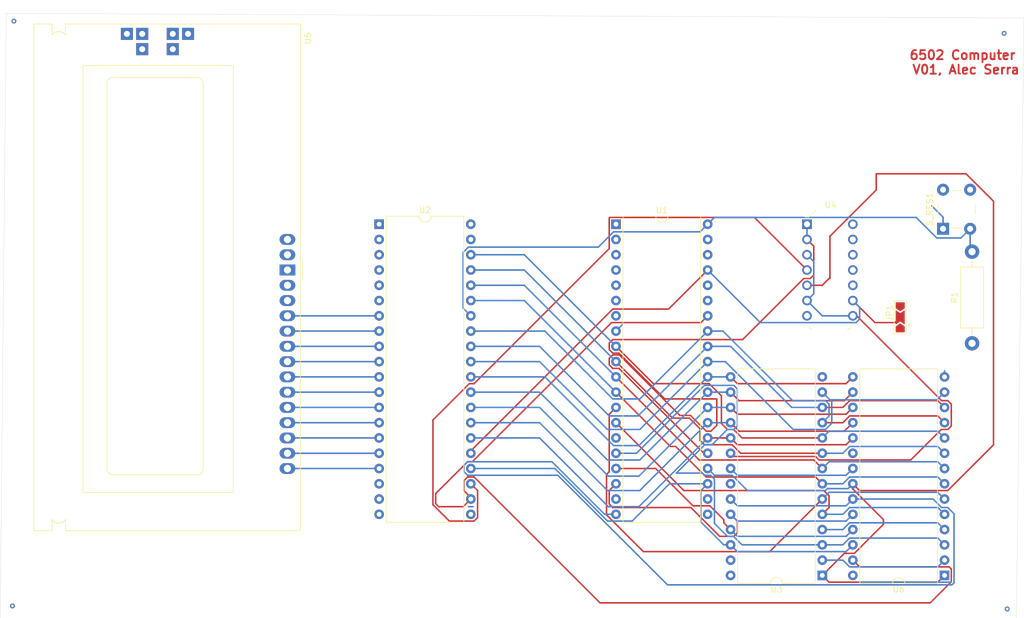
<source format=kicad_pcb>
(kicad_pcb (version 20171130) (host pcbnew "(5.1.6)-1")

  (general
    (thickness 1.6)
    (drawings 7)
    (tracks 458)
    (zones 0)
    (modules 9)
    (nets 70)
  )

  (page A4)
  (layers
    (0 F.Cu signal)
    (1 In1.Cu signal)
    (2 In2.Cu signal)
    (31 B.Cu signal)
    (32 B.Adhes user)
    (33 F.Adhes user hide)
    (34 B.Paste user)
    (35 F.Paste user)
    (36 B.SilkS user)
    (37 F.SilkS user)
    (38 B.Mask user)
    (39 F.Mask user)
    (40 Dwgs.User user)
    (41 Cmts.User user)
    (42 Eco1.User user)
    (43 Eco2.User user)
    (44 Edge.Cuts user)
    (45 Margin user)
    (46 B.CrtYd user)
    (47 F.CrtYd user)
    (48 B.Fab user)
    (49 F.Fab user)
  )

  (setup
    (last_trace_width 0.25)
    (trace_clearance 0.2)
    (zone_clearance 0.508)
    (zone_45_only no)
    (trace_min 0.1)
    (via_size 0.8)
    (via_drill 0.4)
    (via_min_size 0.4)
    (via_min_drill 0.3)
    (uvia_size 0.3)
    (uvia_drill 0.1)
    (uvias_allowed no)
    (uvia_min_size 0.2)
    (uvia_min_drill 0.1)
    (edge_width 0.05)
    (segment_width 0.2)
    (pcb_text_width 0.3)
    (pcb_text_size 1.5 1.5)
    (mod_edge_width 0.12)
    (mod_text_size 1 1)
    (mod_text_width 0.15)
    (pad_size 1.524 1.524)
    (pad_drill 0.762)
    (pad_to_mask_clearance 0.05)
    (aux_axis_origin 0 0)
    (visible_elements 7FFFFFFF)
    (pcbplotparams
      (layerselection 0x010fc_ffffffff)
      (usegerberextensions false)
      (usegerberattributes true)
      (usegerberadvancedattributes true)
      (creategerberjobfile true)
      (excludeedgelayer true)
      (linewidth 0.100000)
      (plotframeref false)
      (viasonmask false)
      (mode 1)
      (useauxorigin false)
      (hpglpennumber 1)
      (hpglpenspeed 20)
      (hpglpendiameter 15.000000)
      (psnegative false)
      (psa4output false)
      (plotreference true)
      (plotvalue true)
      (plotinvisibletext false)
      (padsonsilk false)
      (subtractmaskfromsilk false)
      (outputformat 1)
      (mirror false)
      (drillshape 0)
      (scaleselection 1)
      (outputdirectory ""))
  )

  (net 0 "")
  (net 1 RES)
  (net 2 +5V)
  (net 3 GND)
  (net 4 /A11)
  (net 5 "Net-(U1-Pad39)")
  (net 6 /A10)
  (net 7 /A9)
  (net 8 CLK)
  (net 9 /A8)
  (net 10 "Net-(U1-Pad36)")
  (net 11 /A7)
  (net 12 "Net-(U1-Pad35)")
  (net 13 READ_WRITE)
  (net 14 /A5)
  (net 15 /D0)
  (net 16 /A4)
  (net 17 /D1)
  (net 18 /A3)
  (net 19 /D2)
  (net 20 /A2)
  (net 21 /D3)
  (net 22 /A1)
  (net 23 /D4)
  (net 24 /A0)
  (net 25 /D5)
  (net 26 /D6)
  (net 27 "Net-(U1-Pad7)")
  (net 28 /D7)
  (net 29 /A15)
  (net 30 "Net-(U1-Pad5)")
  (net 31 /A14)
  (net 32 /A13)
  (net 33 "Net-(U1-Pad3)")
  (net 34 /A12)
  (net 35 "Net-(U1-Pad1)")
  (net 36 "Net-(U2-Pad40)")
  (net 37 "Net-(U2-Pad39)")
  (net 38 "Net-(U2-Pad19)")
  (net 39 "Net-(U2-Pad18)")
  (net 40 /DB7)
  (net 41 /DB6)
  (net 42 /DB4)
  (net 43 /DB3)
  (net 44 /DB2)
  (net 45 /DB1)
  (net 46 /DB0)
  (net 47 /DA7)
  (net 48 /DA6)
  (net 49 /DA5)
  (net 50 /DA4)
  (net 51 /DA3)
  (net 52 /DA2)
  (net 53 ~SELECT)
  (net 54 /DA1)
  (net 55 /DA0)
  (net 56 "Net-(U2-Pad21)")
  (net 57 /A6)
  (net 58 /DB5)
  (net 59 "Net-(JP1-Pad1)")
  (net 60 "Net-(S_RES1-Pad4)")
  (net 61 "Net-(S_RES1-Pad2)")
  (net 62 EEPROM_EN)
  (net 63 "Net-(U4-Pad13)")
  (net 64 "Net-(U4-Pad12)")
  (net 65 "Net-(U4-Pad11)")
  (net 66 ~RAM_EN)
  (net 67 "Net-(U5-PadK1)")
  (net 68 "Net-(U5-PadA1)")
  (net 69 "Net-(U5-Pad3)")

  (net_class Default "This is the default net class."
    (clearance 0.2)
    (trace_width 0.25)
    (via_dia 0.8)
    (via_drill 0.4)
    (uvia_dia 0.3)
    (uvia_drill 0.1)
    (add_net +5V)
    (add_net /A0)
    (add_net /A1)
    (add_net /A10)
    (add_net /A11)
    (add_net /A12)
    (add_net /A13)
    (add_net /A14)
    (add_net /A15)
    (add_net /A2)
    (add_net /A3)
    (add_net /A4)
    (add_net /A5)
    (add_net /A6)
    (add_net /A7)
    (add_net /A8)
    (add_net /A9)
    (add_net /D0)
    (add_net /D1)
    (add_net /D2)
    (add_net /D3)
    (add_net /D4)
    (add_net /D5)
    (add_net /D6)
    (add_net /D7)
    (add_net /DA0)
    (add_net /DA1)
    (add_net /DA2)
    (add_net /DA3)
    (add_net /DA4)
    (add_net /DA5)
    (add_net /DA6)
    (add_net /DA7)
    (add_net /DB0)
    (add_net /DB1)
    (add_net /DB2)
    (add_net /DB3)
    (add_net /DB4)
    (add_net /DB5)
    (add_net /DB6)
    (add_net /DB7)
    (add_net CLK)
    (add_net EEPROM_EN)
    (add_net GND)
    (add_net "Net-(JP1-Pad1)")
    (add_net "Net-(S_RES1-Pad2)")
    (add_net "Net-(S_RES1-Pad4)")
    (add_net "Net-(U1-Pad1)")
    (add_net "Net-(U1-Pad3)")
    (add_net "Net-(U1-Pad35)")
    (add_net "Net-(U1-Pad36)")
    (add_net "Net-(U1-Pad39)")
    (add_net "Net-(U1-Pad5)")
    (add_net "Net-(U1-Pad7)")
    (add_net "Net-(U2-Pad18)")
    (add_net "Net-(U2-Pad19)")
    (add_net "Net-(U2-Pad21)")
    (add_net "Net-(U2-Pad39)")
    (add_net "Net-(U2-Pad40)")
    (add_net "Net-(U4-Pad11)")
    (add_net "Net-(U4-Pad12)")
    (add_net "Net-(U4-Pad13)")
    (add_net "Net-(U5-Pad3)")
    (add_net "Net-(U5-PadA1)")
    (add_net "Net-(U5-PadK1)")
    (add_net READ_WRITE)
    (add_net RES)
    (add_net ~RAM_EN)
    (add_net ~SELECT)
  )

  (module Package_DIP:DIP-28_W15.24mm (layer F.Cu) (tedit 5A02E8C5) (tstamp 5F4B01FF)
    (at 223.52 127 180)
    (descr "28-lead though-hole mounted DIP package, row spacing 15.24 mm (600 mils)")
    (tags "THT DIP DIL PDIP 2.54mm 15.24mm 600mil")
    (path /5F483E47)
    (fp_text reference U3 (at 7.62 -2.33) (layer F.SilkS)
      (effects (font (size 1 1) (thickness 0.15)))
    )
    (fp_text value at28c256 (at 7.62 35.35) (layer F.Fab)
      (effects (font (size 1 1) (thickness 0.15)))
    )
    (fp_line (start 16.3 -1.55) (end -1.05 -1.55) (layer F.CrtYd) (width 0.05))
    (fp_line (start 16.3 34.55) (end 16.3 -1.55) (layer F.CrtYd) (width 0.05))
    (fp_line (start -1.05 34.55) (end 16.3 34.55) (layer F.CrtYd) (width 0.05))
    (fp_line (start -1.05 -1.55) (end -1.05 34.55) (layer F.CrtYd) (width 0.05))
    (fp_line (start 14.08 -1.33) (end 8.62 -1.33) (layer F.SilkS) (width 0.12))
    (fp_line (start 14.08 34.35) (end 14.08 -1.33) (layer F.SilkS) (width 0.12))
    (fp_line (start 1.16 34.35) (end 14.08 34.35) (layer F.SilkS) (width 0.12))
    (fp_line (start 1.16 -1.33) (end 1.16 34.35) (layer F.SilkS) (width 0.12))
    (fp_line (start 6.62 -1.33) (end 1.16 -1.33) (layer F.SilkS) (width 0.12))
    (fp_line (start 0.255 -0.27) (end 1.255 -1.27) (layer F.Fab) (width 0.1))
    (fp_line (start 0.255 34.29) (end 0.255 -0.27) (layer F.Fab) (width 0.1))
    (fp_line (start 14.985 34.29) (end 0.255 34.29) (layer F.Fab) (width 0.1))
    (fp_line (start 14.985 -1.27) (end 14.985 34.29) (layer F.Fab) (width 0.1))
    (fp_line (start 1.255 -1.27) (end 14.985 -1.27) (layer F.Fab) (width 0.1))
    (fp_text user %R (at 7.62 16.51) (layer F.Fab)
      (effects (font (size 1 1) (thickness 0.15)))
    )
    (fp_arc (start 7.62 -1.33) (end 6.62 -1.33) (angle -180) (layer F.SilkS) (width 0.12))
    (pad 28 thru_hole oval (at 15.24 0 180) (size 1.6 1.6) (drill 0.8) (layers *.Cu *.Mask)
      (net 2 +5V))
    (pad 14 thru_hole oval (at 0 33.02 180) (size 1.6 1.6) (drill 0.8) (layers *.Cu *.Mask)
      (net 3 GND))
    (pad 27 thru_hole oval (at 15.24 2.54 180) (size 1.6 1.6) (drill 0.8) (layers *.Cu *.Mask)
      (net 2 +5V))
    (pad 13 thru_hole oval (at 0 30.48 180) (size 1.6 1.6) (drill 0.8) (layers *.Cu *.Mask)
      (net 19 /D2))
    (pad 26 thru_hole oval (at 15.24 5.08 180) (size 1.6 1.6) (drill 0.8) (layers *.Cu *.Mask)
      (net 32 /A13))
    (pad 12 thru_hole oval (at 0 27.94 180) (size 1.6 1.6) (drill 0.8) (layers *.Cu *.Mask)
      (net 17 /D1))
    (pad 25 thru_hole oval (at 15.24 7.62 180) (size 1.6 1.6) (drill 0.8) (layers *.Cu *.Mask)
      (net 9 /A8))
    (pad 11 thru_hole oval (at 0 25.4 180) (size 1.6 1.6) (drill 0.8) (layers *.Cu *.Mask)
      (net 15 /D0))
    (pad 24 thru_hole oval (at 15.24 10.16 180) (size 1.6 1.6) (drill 0.8) (layers *.Cu *.Mask)
      (net 7 /A9))
    (pad 10 thru_hole oval (at 0 22.86 180) (size 1.6 1.6) (drill 0.8) (layers *.Cu *.Mask)
      (net 24 /A0))
    (pad 23 thru_hole oval (at 15.24 12.7 180) (size 1.6 1.6) (drill 0.8) (layers *.Cu *.Mask)
      (net 4 /A11))
    (pad 9 thru_hole oval (at 0 20.32 180) (size 1.6 1.6) (drill 0.8) (layers *.Cu *.Mask)
      (net 22 /A1))
    (pad 22 thru_hole oval (at 15.24 15.24 180) (size 1.6 1.6) (drill 0.8) (layers *.Cu *.Mask)
      (net 3 GND))
    (pad 8 thru_hole oval (at 0 17.78 180) (size 1.6 1.6) (drill 0.8) (layers *.Cu *.Mask)
      (net 20 /A2))
    (pad 21 thru_hole oval (at 15.24 17.78 180) (size 1.6 1.6) (drill 0.8) (layers *.Cu *.Mask)
      (net 6 /A10))
    (pad 7 thru_hole oval (at 0 15.24 180) (size 1.6 1.6) (drill 0.8) (layers *.Cu *.Mask)
      (net 18 /A3))
    (pad 20 thru_hole oval (at 15.24 20.32 180) (size 1.6 1.6) (drill 0.8) (layers *.Cu *.Mask)
      (net 62 EEPROM_EN))
    (pad 6 thru_hole oval (at 0 12.7 180) (size 1.6 1.6) (drill 0.8) (layers *.Cu *.Mask)
      (net 16 /A4))
    (pad 19 thru_hole oval (at 15.24 22.86 180) (size 1.6 1.6) (drill 0.8) (layers *.Cu *.Mask)
      (net 28 /D7))
    (pad 5 thru_hole oval (at 0 10.16 180) (size 1.6 1.6) (drill 0.8) (layers *.Cu *.Mask)
      (net 14 /A5))
    (pad 18 thru_hole oval (at 15.24 25.4 180) (size 1.6 1.6) (drill 0.8) (layers *.Cu *.Mask)
      (net 26 /D6))
    (pad 4 thru_hole oval (at 0 7.62 180) (size 1.6 1.6) (drill 0.8) (layers *.Cu *.Mask)
      (net 57 /A6))
    (pad 17 thru_hole oval (at 15.24 27.94 180) (size 1.6 1.6) (drill 0.8) (layers *.Cu *.Mask)
      (net 25 /D5))
    (pad 3 thru_hole oval (at 0 5.08 180) (size 1.6 1.6) (drill 0.8) (layers *.Cu *.Mask)
      (net 11 /A7))
    (pad 16 thru_hole oval (at 15.24 30.48 180) (size 1.6 1.6) (drill 0.8) (layers *.Cu *.Mask)
      (net 23 /D4))
    (pad 2 thru_hole oval (at 0 2.54 180) (size 1.6 1.6) (drill 0.8) (layers *.Cu *.Mask)
      (net 34 /A12))
    (pad 15 thru_hole oval (at 15.24 33.02 180) (size 1.6 1.6) (drill 0.8) (layers *.Cu *.Mask)
      (net 21 /D3))
    (pad 1 thru_hole rect (at 0 0 180) (size 1.6 1.6) (drill 0.8) (layers *.Cu *.Mask)
      (net 31 /A14))
    (model ${KISYS3DMOD}/Package_DIP.3dshapes/DIP-28_W15.24mm.wrl
      (at (xyz 0 0 0))
      (scale (xyz 1 1 1))
      (rotate (xyz 0 0 0))
    )
  )

  (module digikey-footprints:DIP-14_W3mm (layer F.Cu) (tedit 596E717A) (tstamp 5F4B1083)
    (at 220.98 68.58)
    (path /5F48FC94)
    (fp_text reference U4 (at 3.94 -3.2) (layer F.SilkS)
      (effects (font (size 1 1) (thickness 0.15)))
    )
    (fp_text value CD4093BE (at 3.52 19.09) (layer F.Fab)
      (effects (font (size 1 1) (thickness 0.15)))
    )
    (fp_line (start 7.1 -2) (end 7.1 17.3) (layer F.Fab) (width 0.1))
    (fp_line (start 0.5 17.3) (end 7.1 17.3) (layer F.Fab) (width 0.1))
    (fp_line (start 0.5 -1.1) (end 1.4 -2) (layer F.Fab) (width 0.1))
    (fp_line (start 1.4 -2) (end 7.1 -2) (layer F.Fab) (width 0.1))
    (fp_line (start 0.5 -1.1) (end 0.5 17.3) (layer F.Fab) (width 0.1))
    (fp_line (start 0.4 17.4) (end 0.8 17.4) (layer F.SilkS) (width 0.1))
    (fp_line (start 0.4 17) (end 0.4 17.4) (layer F.SilkS) (width 0.1))
    (fp_line (start 7.2 17.4) (end 7.2 17) (layer F.SilkS) (width 0.1))
    (fp_line (start 6.7 17.4) (end 7.2 17.4) (layer F.SilkS) (width 0.1))
    (fp_line (start 7.2 -2.1) (end 6.8 -2.1) (layer F.SilkS) (width 0.1))
    (fp_line (start 7.2 -1.7) (end 7.2 -2.1) (layer F.SilkS) (width 0.1))
    (fp_line (start 1.3 -2.2) (end 0.3 -1.2) (layer F.SilkS) (width 0.1))
    (fp_line (start 1.6 -2.2) (end 1.3 -2.2) (layer F.SilkS) (width 0.1))
    (fp_line (start -1.05 -2.25) (end -1.05 17.55) (layer F.CrtYd) (width 0.1))
    (fp_line (start 8.67 17.55) (end 8.67 -2.25) (layer F.CrtYd) (width 0.1))
    (fp_line (start -1.05 17.55) (end 8.67 17.55) (layer F.CrtYd) (width 0.1))
    (fp_line (start -1.05 -2.25) (end 8.67 -2.25) (layer F.CrtYd) (width 0.1))
    (fp_line (start 0.3 -1.2) (end -0.07 -1.2) (layer F.SilkS) (width 0.1))
    (fp_line (start -0.08 -1.2) (end -0.33 -1.2) (layer F.SilkS) (width 0.1))
    (fp_text user REF** (at 3.86 7.77) (layer F.Fab)
      (effects (font (size 1 1) (thickness 0.1)))
    )
    (pad 14 thru_hole circle (at 7.62 0) (size 1.6 1.6) (drill 1) (layers *.Cu *.Mask)
      (net 2 +5V))
    (pad 13 thru_hole circle (at 7.62 2.54) (size 1.6 1.6) (drill 1) (layers *.Cu *.Mask)
      (net 63 "Net-(U4-Pad13)"))
    (pad 12 thru_hole circle (at 7.62 5.08) (size 1.6 1.6) (drill 1) (layers *.Cu *.Mask)
      (net 64 "Net-(U4-Pad12)"))
    (pad 11 thru_hole circle (at 7.62 7.62) (size 1.6 1.6) (drill 1) (layers *.Cu *.Mask)
      (net 65 "Net-(U4-Pad11)"))
    (pad 10 thru_hole circle (at 7.62 10.16) (size 1.6 1.6) (drill 1) (layers *.Cu *.Mask)
      (net 66 ~RAM_EN))
    (pad 9 thru_hole circle (at 7.62 12.7) (size 1.6 1.6) (drill 1) (layers *.Cu *.Mask)
      (net 8 CLK))
    (pad 8 thru_hole circle (at 7.62 15.24) (size 1.6 1.6) (drill 1) (layers *.Cu *.Mask)
      (net 62 EEPROM_EN))
    (pad 7 thru_hole circle (at 0 15.24) (size 1.6 1.6) (drill 1) (layers *.Cu *.Mask)
      (net 3 GND))
    (pad 6 thru_hole circle (at 0 12.7) (size 1.6 1.6) (drill 1) (layers *.Cu *.Mask)
      (net 62 EEPROM_EN))
    (pad 5 thru_hole circle (at 0 10.16) (size 1.6 1.6) (drill 1) (layers *.Cu *.Mask)
      (net 31 /A14))
    (pad 4 thru_hole circle (at 0 7.62) (size 1.6 1.6) (drill 1) (layers *.Cu *.Mask)
      (net 53 ~SELECT))
    (pad 3 thru_hole circle (at 0 5.08) (size 1.6 1.6) (drill 1) (layers *.Cu *.Mask)
      (net 62 EEPROM_EN))
    (pad 2 thru_hole circle (at 0 2.54) (size 1.6 1.6) (drill 1) (layers *.Cu *.Mask)
      (net 29 /A15))
    (pad 1 thru_hole rect (at 0 0) (size 1.6 1.6) (drill 1) (layers *.Cu *.Mask)
      (net 29 /A15))
  )

  (module digikey-footprints:Switch_Tactile_THT_B3F-1xxx (layer F.Cu) (tedit 5AF34B0A) (tstamp 5F4B14E3)
    (at 243.586 69.342 90)
    (descr http://www.omron.com/ecb/products/pdf/en-b3f.pdf)
    (path /5F4754CA)
    (fp_text reference S_RES1 (at 3.2512 -2.2094 90) (layer F.SilkS)
      (effects (font (size 1 1) (thickness 0.15)))
    )
    (fp_text value B3F-1052 (at 3.2512 7.1006 90) (layer F.Fab)
      (effects (font (size 1 1) (thickness 0.15)))
    )
    (fp_line (start 0.2512 -0.7394) (end 6.2512 -0.7394) (layer F.Fab) (width 0.1))
    (fp_line (start 0.2512 5.2606) (end 6.2512 5.2606) (layer F.Fab) (width 0.1))
    (fp_line (start 0.2512 -0.7394) (end 0.2512 5.2606) (layer F.Fab) (width 0.1))
    (fp_line (start 6.2512 5.2606) (end 6.2512 -0.7394) (layer F.Fab) (width 0.1))
    (fp_line (start 2.3512 5.3606) (end 4.0512 5.3606) (layer F.SilkS) (width 0.1))
    (fp_line (start 6.3512 2.2606) (end 6.3512 1.3606) (layer F.SilkS) (width 0.1))
    (fp_line (start 6.3512 2.2606) (end 6.3512 3.1606) (layer F.SilkS) (width 0.1))
    (fp_line (start 0.1512 2.2606) (end 0.1512 1.3606) (layer F.SilkS) (width 0.1))
    (fp_line (start 0.1512 2.2606) (end 0.1512 3.1606) (layer F.SilkS) (width 0.1))
    (fp_line (start 2.3512 -0.8394) (end 4.1512 -0.8394) (layer F.SilkS) (width 0.1))
    (fp_line (start -1.2488 -1.2394) (end 7.7512 -1.2394) (layer F.CrtYd) (width 0.05))
    (fp_line (start -1.2488 5.7606) (end 7.7512 5.7606) (layer F.CrtYd) (width 0.05))
    (fp_line (start -1.2488 5.7606) (end -1.2488 -1.2394) (layer F.CrtYd) (width 0.05))
    (fp_line (start 7.7512 -1.2394) (end 7.7512 5.7606) (layer F.CrtYd) (width 0.05))
    (fp_text user %R (at 3.2512 2.2606 90) (layer F.Fab)
      (effects (font (size 1 1) (thickness 0.15)))
    )
    (pad 4 thru_hole circle (at 6.5012 4.5106 90) (size 2 2) (drill 1) (layers *.Cu *.Mask)
      (net 60 "Net-(S_RES1-Pad4)"))
    (pad 3 thru_hole circle (at 0.0012 4.5106 90) (size 2 2) (drill 1) (layers *.Cu *.Mask)
      (net 1 RES))
    (pad 2 thru_hole circle (at 6.5012 0.0106 90) (size 2 2) (drill 1) (layers *.Cu *.Mask)
      (net 61 "Net-(S_RES1-Pad2)"))
    (pad 1 thru_hole rect (at 0.0012 0.0106 90) (size 2 2) (drill 1) (layers *.Cu *.Mask)
      (net 3 GND))
  )

  (module Resistor_THT:R_Axial_DIN0411_L9.9mm_D3.6mm_P15.24mm_Horizontal (layer F.Cu) (tedit 5AE5139B) (tstamp 5F4B0EFC)
    (at 248.412 88.392 90)
    (descr "Resistor, Axial_DIN0411 series, Axial, Horizontal, pin pitch=15.24mm, 1W, length*diameter=9.9*3.6mm^2")
    (tags "Resistor Axial_DIN0411 series Axial Horizontal pin pitch 15.24mm 1W length 9.9mm diameter 3.6mm")
    (path /5F4793FF)
    (fp_text reference R1 (at 7.62 -2.92 90) (layer F.SilkS)
      (effects (font (size 1 1) (thickness 0.15)))
    )
    (fp_text value 1kΩ (at 7.62 2.92 90) (layer F.Fab)
      (effects (font (size 1 1) (thickness 0.15)))
    )
    (fp_line (start 16.69 -2.05) (end -1.45 -2.05) (layer F.CrtYd) (width 0.05))
    (fp_line (start 16.69 2.05) (end 16.69 -2.05) (layer F.CrtYd) (width 0.05))
    (fp_line (start -1.45 2.05) (end 16.69 2.05) (layer F.CrtYd) (width 0.05))
    (fp_line (start -1.45 -2.05) (end -1.45 2.05) (layer F.CrtYd) (width 0.05))
    (fp_line (start 13.8 0) (end 12.69 0) (layer F.SilkS) (width 0.12))
    (fp_line (start 1.44 0) (end 2.55 0) (layer F.SilkS) (width 0.12))
    (fp_line (start 12.69 -1.92) (end 2.55 -1.92) (layer F.SilkS) (width 0.12))
    (fp_line (start 12.69 1.92) (end 12.69 -1.92) (layer F.SilkS) (width 0.12))
    (fp_line (start 2.55 1.92) (end 12.69 1.92) (layer F.SilkS) (width 0.12))
    (fp_line (start 2.55 -1.92) (end 2.55 1.92) (layer F.SilkS) (width 0.12))
    (fp_line (start 15.24 0) (end 12.57 0) (layer F.Fab) (width 0.1))
    (fp_line (start 0 0) (end 2.67 0) (layer F.Fab) (width 0.1))
    (fp_line (start 12.57 -1.8) (end 2.67 -1.8) (layer F.Fab) (width 0.1))
    (fp_line (start 12.57 1.8) (end 12.57 -1.8) (layer F.Fab) (width 0.1))
    (fp_line (start 2.67 1.8) (end 12.57 1.8) (layer F.Fab) (width 0.1))
    (fp_line (start 2.67 -1.8) (end 2.67 1.8) (layer F.Fab) (width 0.1))
    (fp_text user %R (at 7.62 0 90) (layer F.Fab)
      (effects (font (size 1 1) (thickness 0.15)))
    )
    (pad 2 thru_hole oval (at 15.24 0 90) (size 2.4 2.4) (drill 1.2) (layers *.Cu *.Mask)
      (net 1 RES))
    (pad 1 thru_hole circle (at 0 0 90) (size 2.4 2.4) (drill 1.2) (layers *.Cu *.Mask)
      (net 2 +5V))
    (model ${KISYS3DMOD}/Resistor_THT.3dshapes/R_Axial_DIN0411_L9.9mm_D3.6mm_P15.24mm_Horizontal.wrl
      (at (xyz 0 0 0))
      (scale (xyz 1 1 1))
      (rotate (xyz 0 0 0))
    )
  )

  (module Jumper:SolderJumper-3_P2.0mm_Open_TrianglePad1.0x1.5mm (layer F.Cu) (tedit 5A64803D) (tstamp 5F4B0EE5)
    (at 236.474 84.074 90)
    (descr "SMD Solder Jumper, 1x1.5mm Triangular Pads, 0.3mm gap, open")
    (tags "solder jumper open")
    (path /5F4BE7EB)
    (attr virtual)
    (fp_text reference JP1 (at 0.725 -1.775 90) (layer F.SilkS)
      (effects (font (size 1 1) (thickness 0.15)))
    )
    (fp_text value SolderJumper_2_Bridged (at 0.725 1.925 90) (layer F.Fab)
      (effects (font (size 1 1) (thickness 0.15)))
    )
    (fp_line (start 3 1.25) (end -2.98 1.25) (layer F.CrtYd) (width 0.05))
    (fp_line (start 3 1.25) (end 3 -1.27) (layer F.CrtYd) (width 0.05))
    (fp_line (start -2.98 -1.27) (end -2.98 1.25) (layer F.CrtYd) (width 0.05))
    (fp_line (start -2.98 -1.27) (end 3 -1.27) (layer F.CrtYd) (width 0.05))
    (fp_line (start -2.75 -1) (end 2.75 -1) (layer F.SilkS) (width 0.12))
    (fp_line (start 2.75 -1) (end 2.75 0.95) (layer F.SilkS) (width 0.12))
    (fp_line (start 2.75 0.95) (end -2.75 0.95) (layer F.SilkS) (width 0.12))
    (fp_line (start -2.75 0.95) (end -2.75 -1) (layer F.SilkS) (width 0.12))
    (fp_line (start -1.4 1.2) (end -1.7 1.5) (layer F.SilkS) (width 0.12))
    (fp_line (start -1.7 1.5) (end -1.1 1.5) (layer F.SilkS) (width 0.12))
    (fp_line (start -1.1 1.5) (end -1.4 1.2) (layer F.SilkS) (width 0.12))
    (pad 3 smd custom (at 2 0 270) (size 0.3 0.3) (layers F.Cu F.Mask)
      (zone_connect 2)
      (options (clearance outline) (anchor rect))
      (primitives
        (gr_poly (pts
           (xy -0.5 -0.75) (xy 0.5 -0.75) (xy 1 0) (xy 0.5 0.75) (xy -0.5 0.75)
) (width 0))
      ))
    (pad 2 smd custom (at 0 0 90) (size 0.3 0.3) (layers F.Cu)
      (net 8 CLK) (zone_connect 2)
      (options (clearance outline) (anchor rect))
      (primitives
        (gr_poly (pts
           (xy -1.2 -0.75) (xy 1.2 -0.75) (xy 0.7 0) (xy 1.2 0.75) (xy -1.2 0.75)
           (xy -0.7 0)) (width 0))
      ))
    (pad 1 smd custom (at -2 0 90) (size 0.3 0.3) (layers F.Cu F.Mask)
      (net 59 "Net-(JP1-Pad1)") (zone_connect 2)
      (options (clearance outline) (anchor rect))
      (primitives
        (gr_poly (pts
           (xy -0.5 -0.75) (xy 0.5 -0.75) (xy 1 0) (xy 0.5 0.75) (xy -0.5 0.75)
) (width 0))
      ))
    (pad "" smd rect (at -1.2 0 90) (size 1.5 1.5) (layers F.Mask))
    (pad "" smd rect (at 1.2 0 90) (size 1.5 1.5) (layers F.Mask))
  )

  (module Package_DIP:DIP-28_W15.24mm (layer F.Cu) (tedit 5A02E8C5) (tstamp 5F4B09C8)
    (at 243.84 127 180)
    (descr "28-lead though-hole mounted DIP package, row spacing 15.24 mm (600 mils)")
    (tags "THT DIP DIL PDIP 2.54mm 15.24mm 600mil")
    (path /5F675FFD)
    (fp_text reference U6 (at 7.62 -2.33) (layer F.SilkS)
      (effects (font (size 1 1) (thickness 0.15)))
    )
    (fp_text value HM62256BLP (at 7.62 35.35) (layer F.Fab)
      (effects (font (size 1 1) (thickness 0.15)))
    )
    (fp_line (start 16.3 -1.55) (end -1.05 -1.55) (layer F.CrtYd) (width 0.05))
    (fp_line (start 16.3 34.55) (end 16.3 -1.55) (layer F.CrtYd) (width 0.05))
    (fp_line (start -1.05 34.55) (end 16.3 34.55) (layer F.CrtYd) (width 0.05))
    (fp_line (start -1.05 -1.55) (end -1.05 34.55) (layer F.CrtYd) (width 0.05))
    (fp_line (start 14.08 -1.33) (end 8.62 -1.33) (layer F.SilkS) (width 0.12))
    (fp_line (start 14.08 34.35) (end 14.08 -1.33) (layer F.SilkS) (width 0.12))
    (fp_line (start 1.16 34.35) (end 14.08 34.35) (layer F.SilkS) (width 0.12))
    (fp_line (start 1.16 -1.33) (end 1.16 34.35) (layer F.SilkS) (width 0.12))
    (fp_line (start 6.62 -1.33) (end 1.16 -1.33) (layer F.SilkS) (width 0.12))
    (fp_line (start 0.255 -0.27) (end 1.255 -1.27) (layer F.Fab) (width 0.1))
    (fp_line (start 0.255 34.29) (end 0.255 -0.27) (layer F.Fab) (width 0.1))
    (fp_line (start 14.985 34.29) (end 0.255 34.29) (layer F.Fab) (width 0.1))
    (fp_line (start 14.985 -1.27) (end 14.985 34.29) (layer F.Fab) (width 0.1))
    (fp_line (start 1.255 -1.27) (end 14.985 -1.27) (layer F.Fab) (width 0.1))
    (fp_text user %R (at 7.62 16.51) (layer F.Fab)
      (effects (font (size 1 1) (thickness 0.15)))
    )
    (fp_arc (start 7.62 -1.33) (end 6.62 -1.33) (angle -180) (layer F.SilkS) (width 0.12))
    (pad 28 thru_hole oval (at 15.24 0 180) (size 1.6 1.6) (drill 0.8) (layers *.Cu *.Mask)
      (net 2 +5V))
    (pad 14 thru_hole oval (at 0 33.02 180) (size 1.6 1.6) (drill 0.8) (layers *.Cu *.Mask)
      (net 2 +5V))
    (pad 27 thru_hole oval (at 15.24 2.54 180) (size 1.6 1.6) (drill 0.8) (layers *.Cu *.Mask)
      (net 13 READ_WRITE))
    (pad 13 thru_hole oval (at 0 30.48 180) (size 1.6 1.6) (drill 0.8) (layers *.Cu *.Mask)
      (net 19 /D2))
    (pad 26 thru_hole oval (at 15.24 5.08 180) (size 1.6 1.6) (drill 0.8) (layers *.Cu *.Mask)
      (net 32 /A13))
    (pad 12 thru_hole oval (at 0 27.94 180) (size 1.6 1.6) (drill 0.8) (layers *.Cu *.Mask)
      (net 17 /D1))
    (pad 25 thru_hole oval (at 15.24 7.62 180) (size 1.6 1.6) (drill 0.8) (layers *.Cu *.Mask)
      (net 9 /A8))
    (pad 11 thru_hole oval (at 0 25.4 180) (size 1.6 1.6) (drill 0.8) (layers *.Cu *.Mask)
      (net 15 /D0))
    (pad 24 thru_hole oval (at 15.24 10.16 180) (size 1.6 1.6) (drill 0.8) (layers *.Cu *.Mask)
      (net 7 /A9))
    (pad 10 thru_hole oval (at 0 22.86 180) (size 1.6 1.6) (drill 0.8) (layers *.Cu *.Mask)
      (net 24 /A0))
    (pad 23 thru_hole oval (at 15.24 12.7 180) (size 1.6 1.6) (drill 0.8) (layers *.Cu *.Mask)
      (net 4 /A11))
    (pad 9 thru_hole oval (at 0 20.32 180) (size 1.6 1.6) (drill 0.8) (layers *.Cu *.Mask)
      (net 22 /A1))
    (pad 22 thru_hole oval (at 15.24 15.24 180) (size 1.6 1.6) (drill 0.8) (layers *.Cu *.Mask)
      (net 31 /A14))
    (pad 8 thru_hole oval (at 0 17.78 180) (size 1.6 1.6) (drill 0.8) (layers *.Cu *.Mask)
      (net 20 /A2))
    (pad 21 thru_hole oval (at 15.24 17.78 180) (size 1.6 1.6) (drill 0.8) (layers *.Cu *.Mask)
      (net 6 /A10))
    (pad 7 thru_hole oval (at 0 15.24 180) (size 1.6 1.6) (drill 0.8) (layers *.Cu *.Mask)
      (net 18 /A3))
    (pad 20 thru_hole oval (at 15.24 20.32 180) (size 1.6 1.6) (drill 0.8) (layers *.Cu *.Mask)
      (net 66 ~RAM_EN))
    (pad 6 thru_hole oval (at 0 12.7 180) (size 1.6 1.6) (drill 0.8) (layers *.Cu *.Mask)
      (net 16 /A4))
    (pad 19 thru_hole oval (at 15.24 22.86 180) (size 1.6 1.6) (drill 0.8) (layers *.Cu *.Mask)
      (net 28 /D7))
    (pad 5 thru_hole oval (at 0 10.16 180) (size 1.6 1.6) (drill 0.8) (layers *.Cu *.Mask)
      (net 14 /A5))
    (pad 18 thru_hole oval (at 15.24 25.4 180) (size 1.6 1.6) (drill 0.8) (layers *.Cu *.Mask)
      (net 26 /D6))
    (pad 4 thru_hole oval (at 0 7.62 180) (size 1.6 1.6) (drill 0.8) (layers *.Cu *.Mask)
      (net 57 /A6))
    (pad 17 thru_hole oval (at 15.24 27.94 180) (size 1.6 1.6) (drill 0.8) (layers *.Cu *.Mask)
      (net 25 /D5))
    (pad 3 thru_hole oval (at 0 5.08 180) (size 1.6 1.6) (drill 0.8) (layers *.Cu *.Mask)
      (net 11 /A7))
    (pad 16 thru_hole oval (at 15.24 30.48 180) (size 1.6 1.6) (drill 0.8) (layers *.Cu *.Mask)
      (net 23 /D4))
    (pad 2 thru_hole oval (at 0 2.54 180) (size 1.6 1.6) (drill 0.8) (layers *.Cu *.Mask)
      (net 34 /A12))
    (pad 15 thru_hole oval (at 15.24 33.02 180) (size 1.6 1.6) (drill 0.8) (layers *.Cu *.Mask)
      (net 21 /D3))
    (pad 1 thru_hole rect (at 0 0 180) (size 1.6 1.6) (drill 0.8) (layers *.Cu *.Mask)
      (net 31 /A14))
    (model ${KISYS3DMOD}/Package_DIP.3dshapes/DIP-28_W15.24mm.wrl
      (at (xyz 0 0 0))
      (scale (xyz 1 1 1))
      (rotate (xyz 0 0 0))
    )
  )

  (module Package_DIP:DIP-40_W15.24mm (layer F.Cu) (tedit 5A02E8C5) (tstamp 5F4AF585)
    (at 189.23 68.58)
    (descr "40-lead though-hole mounted DIP package, row spacing 15.24 mm (600 mils)")
    (tags "THT DIP DIL PDIP 2.54mm 15.24mm 600mil")
    (path /5F46C271)
    (fp_text reference U1 (at 7.62 -2.33) (layer F.SilkS)
      (effects (font (size 1 1) (thickness 0.15)))
    )
    (fp_text value W65C02S (at 7.62 50.59) (layer F.Fab)
      (effects (font (size 1 1) (thickness 0.15)))
    )
    (fp_line (start 16.3 -1.55) (end -1.05 -1.55) (layer F.CrtYd) (width 0.05))
    (fp_line (start 16.3 49.8) (end 16.3 -1.55) (layer F.CrtYd) (width 0.05))
    (fp_line (start -1.05 49.8) (end 16.3 49.8) (layer F.CrtYd) (width 0.05))
    (fp_line (start -1.05 -1.55) (end -1.05 49.8) (layer F.CrtYd) (width 0.05))
    (fp_line (start 14.08 -1.33) (end 8.62 -1.33) (layer F.SilkS) (width 0.12))
    (fp_line (start 14.08 49.59) (end 14.08 -1.33) (layer F.SilkS) (width 0.12))
    (fp_line (start 1.16 49.59) (end 14.08 49.59) (layer F.SilkS) (width 0.12))
    (fp_line (start 1.16 -1.33) (end 1.16 49.59) (layer F.SilkS) (width 0.12))
    (fp_line (start 6.62 -1.33) (end 1.16 -1.33) (layer F.SilkS) (width 0.12))
    (fp_line (start 0.255 -0.27) (end 1.255 -1.27) (layer F.Fab) (width 0.1))
    (fp_line (start 0.255 49.53) (end 0.255 -0.27) (layer F.Fab) (width 0.1))
    (fp_line (start 14.985 49.53) (end 0.255 49.53) (layer F.Fab) (width 0.1))
    (fp_line (start 14.985 -1.27) (end 14.985 49.53) (layer F.Fab) (width 0.1))
    (fp_line (start 1.255 -1.27) (end 14.985 -1.27) (layer F.Fab) (width 0.1))
    (fp_text user %R (at 7.62 24.13) (layer F.Fab)
      (effects (font (size 1 1) (thickness 0.15)))
    )
    (fp_arc (start 7.62 -1.33) (end 6.62 -1.33) (angle -180) (layer F.SilkS) (width 0.12))
    (pad 40 thru_hole oval (at 15.24 0) (size 1.6 1.6) (drill 0.8) (layers *.Cu *.Mask)
      (net 1 RES))
    (pad 20 thru_hole oval (at 0 48.26) (size 1.6 1.6) (drill 0.8) (layers *.Cu *.Mask)
      (net 4 /A11))
    (pad 39 thru_hole oval (at 15.24 2.54) (size 1.6 1.6) (drill 0.8) (layers *.Cu *.Mask)
      (net 5 "Net-(U1-Pad39)"))
    (pad 19 thru_hole oval (at 0 45.72) (size 1.6 1.6) (drill 0.8) (layers *.Cu *.Mask)
      (net 6 /A10))
    (pad 38 thru_hole oval (at 15.24 5.08) (size 1.6 1.6) (drill 0.8) (layers *.Cu *.Mask)
      (net 2 +5V))
    (pad 18 thru_hole oval (at 0 43.18) (size 1.6 1.6) (drill 0.8) (layers *.Cu *.Mask)
      (net 7 /A9))
    (pad 37 thru_hole oval (at 15.24 7.62) (size 1.6 1.6) (drill 0.8) (layers *.Cu *.Mask)
      (net 8 CLK))
    (pad 17 thru_hole oval (at 0 40.64) (size 1.6 1.6) (drill 0.8) (layers *.Cu *.Mask)
      (net 9 /A8))
    (pad 36 thru_hole oval (at 15.24 10.16) (size 1.6 1.6) (drill 0.8) (layers *.Cu *.Mask)
      (net 10 "Net-(U1-Pad36)"))
    (pad 16 thru_hole oval (at 0 38.1) (size 1.6 1.6) (drill 0.8) (layers *.Cu *.Mask)
      (net 11 /A7))
    (pad 35 thru_hole oval (at 15.24 12.7) (size 1.6 1.6) (drill 0.8) (layers *.Cu *.Mask)
      (net 12 "Net-(U1-Pad35)"))
    (pad 15 thru_hole oval (at 0 35.56) (size 1.6 1.6) (drill 0.8) (layers *.Cu *.Mask)
      (net 57 /A6))
    (pad 34 thru_hole oval (at 15.24 15.24) (size 1.6 1.6) (drill 0.8) (layers *.Cu *.Mask)
      (net 13 READ_WRITE))
    (pad 14 thru_hole oval (at 0 33.02) (size 1.6 1.6) (drill 0.8) (layers *.Cu *.Mask)
      (net 14 /A5))
    (pad 33 thru_hole oval (at 15.24 17.78) (size 1.6 1.6) (drill 0.8) (layers *.Cu *.Mask)
      (net 15 /D0))
    (pad 13 thru_hole oval (at 0 30.48) (size 1.6 1.6) (drill 0.8) (layers *.Cu *.Mask)
      (net 16 /A4))
    (pad 32 thru_hole oval (at 15.24 20.32) (size 1.6 1.6) (drill 0.8) (layers *.Cu *.Mask)
      (net 17 /D1))
    (pad 12 thru_hole oval (at 0 27.94) (size 1.6 1.6) (drill 0.8) (layers *.Cu *.Mask)
      (net 18 /A3))
    (pad 31 thru_hole oval (at 15.24 22.86) (size 1.6 1.6) (drill 0.8) (layers *.Cu *.Mask)
      (net 19 /D2))
    (pad 11 thru_hole oval (at 0 25.4) (size 1.6 1.6) (drill 0.8) (layers *.Cu *.Mask)
      (net 20 /A2))
    (pad 30 thru_hole oval (at 15.24 25.4) (size 1.6 1.6) (drill 0.8) (layers *.Cu *.Mask)
      (net 21 /D3))
    (pad 10 thru_hole oval (at 0 22.86) (size 1.6 1.6) (drill 0.8) (layers *.Cu *.Mask)
      (net 22 /A1))
    (pad 29 thru_hole oval (at 15.24 27.94) (size 1.6 1.6) (drill 0.8) (layers *.Cu *.Mask)
      (net 23 /D4))
    (pad 9 thru_hole oval (at 0 20.32) (size 1.6 1.6) (drill 0.8) (layers *.Cu *.Mask)
      (net 24 /A0))
    (pad 28 thru_hole oval (at 15.24 30.48) (size 1.6 1.6) (drill 0.8) (layers *.Cu *.Mask)
      (net 25 /D5))
    (pad 8 thru_hole oval (at 0 17.78) (size 1.6 1.6) (drill 0.8) (layers *.Cu *.Mask)
      (net 2 +5V))
    (pad 27 thru_hole oval (at 15.24 33.02) (size 1.6 1.6) (drill 0.8) (layers *.Cu *.Mask)
      (net 26 /D6))
    (pad 7 thru_hole oval (at 0 15.24) (size 1.6 1.6) (drill 0.8) (layers *.Cu *.Mask)
      (net 27 "Net-(U1-Pad7)"))
    (pad 26 thru_hole oval (at 15.24 35.56) (size 1.6 1.6) (drill 0.8) (layers *.Cu *.Mask)
      (net 28 /D7))
    (pad 6 thru_hole oval (at 0 12.7) (size 1.6 1.6) (drill 0.8) (layers *.Cu *.Mask)
      (net 2 +5V))
    (pad 25 thru_hole oval (at 15.24 38.1) (size 1.6 1.6) (drill 0.8) (layers *.Cu *.Mask)
      (net 29 /A15))
    (pad 5 thru_hole oval (at 0 10.16) (size 1.6 1.6) (drill 0.8) (layers *.Cu *.Mask)
      (net 30 "Net-(U1-Pad5)"))
    (pad 24 thru_hole oval (at 15.24 40.64) (size 1.6 1.6) (drill 0.8) (layers *.Cu *.Mask)
      (net 31 /A14))
    (pad 4 thru_hole oval (at 0 7.62) (size 1.6 1.6) (drill 0.8) (layers *.Cu *.Mask)
      (net 2 +5V))
    (pad 23 thru_hole oval (at 15.24 43.18) (size 1.6 1.6) (drill 0.8) (layers *.Cu *.Mask)
      (net 32 /A13))
    (pad 3 thru_hole oval (at 0 5.08) (size 1.6 1.6) (drill 0.8) (layers *.Cu *.Mask)
      (net 33 "Net-(U1-Pad3)"))
    (pad 22 thru_hole oval (at 15.24 45.72) (size 1.6 1.6) (drill 0.8) (layers *.Cu *.Mask)
      (net 34 /A12))
    (pad 2 thru_hole oval (at 0 2.54) (size 1.6 1.6) (drill 0.8) (layers *.Cu *.Mask)
      (net 2 +5V))
    (pad 21 thru_hole oval (at 15.24 48.26) (size 1.6 1.6) (drill 0.8) (layers *.Cu *.Mask)
      (net 3 GND))
    (pad 1 thru_hole rect (at 0 0) (size 1.6 1.6) (drill 0.8) (layers *.Cu *.Mask)
      (net 35 "Net-(U1-Pad1)"))
    (model ${KISYS3DMOD}/Package_DIP.3dshapes/DIP-40_W15.24mm.wrl
      (at (xyz 0 0 0))
      (scale (xyz 1 1 1))
      (rotate (xyz 0 0 0))
    )
  )

  (module Display:RC1602A (layer F.Cu) (tedit 5A02FE80) (tstamp 5F4B28E5)
    (at 134.62 76.2 270)
    (descr http://www.raystar-optronics.com/down.php?ProID=18)
    (tags "LCD 16x2 Alphanumeric 16pin")
    (path /5F580C6B)
    (fp_text reference U5 (at -38.53 -3.41 270) (layer F.SilkS)
      (effects (font (size 1 1) (thickness 0.15)))
    )
    (fp_text value RC1602A-GHW-ESX (at -37.22 43.58 270) (layer F.Fab)
      (effects (font (size 1 1) (thickness 0.15)))
    )
    (fp_line (start 43.22 -2) (end 43.22 36.75) (layer F.Fab) (width 0.1))
    (fp_line (start 43.22 42) (end -40.78 42) (layer F.Fab) (width 0.1))
    (fp_line (start 1 -2) (end 43.22 -2) (layer F.Fab) (width 0.1))
    (fp_line (start -40.78 36.75) (end -40.78 -2) (layer F.Fab) (width 0.1))
    (fp_line (start 37 9) (end 37 34) (layer F.SilkS) (width 0.12))
    (fp_line (start -34 9) (end 37 9) (layer F.SilkS) (width 0.12))
    (fp_line (start -34 34) (end -34 9) (layer F.SilkS) (width 0.12))
    (fp_line (start 37 34) (end -34 34) (layer F.SilkS) (width 0.12))
    (fp_line (start 33 30) (end -31 30) (layer F.SilkS) (width 0.12))
    (fp_line (start -32 29) (end -32 15) (layer F.SilkS) (width 0.12))
    (fp_line (start -31 14) (end 33 14) (layer F.SilkS) (width 0.12))
    (fp_line (start 34.03 15) (end 34.03 29) (layer F.SilkS) (width 0.12))
    (fp_line (start -40.78 -2) (end -1 -2) (layer F.Fab) (width 0.1))
    (fp_line (start -1 -2) (end 0 -1) (layer F.Fab) (width 0.1))
    (fp_line (start 0 -1) (end 1 -2) (layer F.Fab) (width 0.1))
    (fp_line (start -41.03 -2.25) (end 43.47 -2.25) (layer F.CrtYd) (width 0.05))
    (fp_line (start -41.03 42.25) (end 43.47 42.25) (layer F.CrtYd) (width 0.05))
    (fp_line (start -1.5 -2.5) (end 1.5 -2.5) (layer F.SilkS) (width 0.12))
    (fp_line (start 43.36 -2.14) (end 43.36 36.89) (layer F.SilkS) (width 0.12))
    (fp_line (start -40.92 -2.14) (end 43.36 -2.14) (layer F.SilkS) (width 0.12))
    (fp_line (start -40.92 36.89) (end -40.92 -2.14) (layer F.SilkS) (width 0.12))
    (fp_line (start 43.36 42.14) (end -40.92 42.14) (layer F.SilkS) (width 0.12))
    (fp_line (start 43.22 39.25) (end 43.22 42) (layer F.Fab) (width 0.1))
    (fp_line (start 43.22 36.75) (end 40.72 36.75) (layer F.Fab) (width 0.1))
    (fp_line (start 40.72 39.25) (end 43.22 39.25) (layer F.Fab) (width 0.1))
    (fp_line (start 43.36 36.89) (end 41.5 36.89) (layer F.SilkS) (width 0.12))
    (fp_line (start 43.36 39.11) (end 43.36 42.14) (layer F.SilkS) (width 0.12))
    (fp_line (start 41.5 39.11) (end 43.36 39.11) (layer F.SilkS) (width 0.12))
    (fp_line (start 43.47 42.25) (end 43.47 -2.25) (layer F.CrtYd) (width 0.05))
    (fp_line (start -40.78 36.75) (end -38.28 36.75) (layer F.Fab) (width 0.1))
    (fp_line (start -40.92 36.89) (end -39.1 36.89) (layer F.SilkS) (width 0.12))
    (fp_line (start -40.78 41.99) (end -40.78 39.25) (layer F.Fab) (width 0.1))
    (fp_line (start -41.03 42.25) (end -41.03 -2.25) (layer F.CrtYd) (width 0.05))
    (fp_line (start -40.92 42.14) (end -40.92 39.11) (layer F.SilkS) (width 0.12))
    (fp_line (start -40.78 39.25) (end -38.28 39.25) (layer F.Fab) (width 0.1))
    (fp_line (start -40.92 39.11) (end -39.1 39.11) (layer F.SilkS) (width 0.12))
    (fp_arc (start 33.02574 29.00294) (end 34.0265 29.00294) (angle 90) (layer F.SilkS) (width 0.12))
    (fp_arc (start 33.03574 14.99246) (end 33.03574 13.99424) (angle 90) (layer F.SilkS) (width 0.12))
    (fp_arc (start -31.00464 15.00246) (end -32.00286 15.00246) (angle 90) (layer F.SilkS) (width 0.12))
    (fp_arc (start -30.99464 29.02294) (end -30.99464 30.0237) (angle 90) (layer F.SilkS) (width 0.12))
    (fp_text user %R (at 0.185 21.705 90) (layer F.Fab)
      (effects (font (size 1 1) (thickness 0.15)))
    )
    (fp_arc (start 40.72 38) (end 39.47 37.99) (angle 90) (layer F.Fab) (width 0.1))
    (fp_arc (start 40.72 38) (end 40.73 39.25) (angle 90) (layer F.Fab) (width 0.1))
    (fp_arc (start -38.28 38) (end -38.28 36.76) (angle 90) (layer F.Fab) (width 0.1))
    (fp_arc (start -38.28 38) (end -37.04 38) (angle 90) (layer F.Fab) (width 0.1))
    (fp_arc (start 40.72 38) (end 41.84 37.21) (angle 90) (layer F.SilkS) (width 0.12))
    (fp_arc (start 40.73 38) (end 41.5 36.89) (angle 90) (layer F.SilkS) (width 0.12))
    (fp_arc (start -38.28 38) (end -39.39 38.82) (angle 90) (layer F.SilkS) (width 0.12))
    (fp_arc (start -38.28 38) (end -39.1 39.11) (angle 90) (layer F.SilkS) (width 0.12))
    (pad K1 thru_hole rect (at -39.28 16.52 90) (size 2 2) (drill 1) (layers *.Cu *.Mask)
      (net 67 "Net-(U5-PadK1)"))
    (pad K1 thru_hole rect (at -39.28 19.06 90) (size 2 2) (drill 1) (layers *.Cu *.Mask)
      (net 67 "Net-(U5-PadK1)"))
    (pad K1 thru_hole rect (at -36.74 19.06 90) (size 2 2) (drill 1) (layers *.Cu *.Mask)
      (net 67 "Net-(U5-PadK1)"))
    (pad A1 thru_hole rect (at -36.74 24.14 90) (size 2 2) (drill 1) (layers *.Cu *.Mask)
      (net 68 "Net-(U5-PadA1)"))
    (pad A1 thru_hole rect (at -39.28 24.14 90) (size 2 2) (drill 1) (layers *.Cu *.Mask)
      (net 68 "Net-(U5-PadA1)"))
    (pad A1 thru_hole rect (at -39.28 26.68 90) (size 2 2) (drill 1) (layers *.Cu *.Mask)
      (net 68 "Net-(U5-PadA1)"))
    (pad "" np_thru_hole circle (at -36.78 2 90) (size 2.5 2.5) (drill 2.5) (layers *.Cu *.Mask))
    (pad "" np_thru_hole circle (at -38.28 38 90) (size 2.5 2.5) (drill 2.5) (layers *.Cu *.Mask))
    (pad "" np_thru_hole circle (at 40.72 38 90) (size 2.5 2.5) (drill 2.5) (layers *.Cu *.Mask))
    (pad "" np_thru_hole circle (at 39.22 2 90) (size 2.5 2.5) (drill 2.5) (layers *.Cu *.Mask))
    (pad 16 thru_hole oval (at -2.53492 0.00254 90) (size 1.8 2.6) (drill 1.2) (layers *.Cu *.Mask)
      (net 3 GND))
    (pad 15 thru_hole oval (at -5.08 0 90) (size 1.8 2.6) (drill 1.2) (layers *.Cu *.Mask)
      (net 2 +5V))
    (pad 14 thru_hole oval (at 33.02 0 90) (size 1.8 2.6) (drill 1.2) (layers *.Cu *.Mask)
      (net 40 /DB7))
    (pad 13 thru_hole oval (at 30.48508 0.00254 90) (size 1.8 2.6) (drill 1.2) (layers *.Cu *.Mask)
      (net 41 /DB6))
    (pad 12 thru_hole oval (at 27.94 0 90) (size 1.8 2.6) (drill 1.2) (layers *.Cu *.Mask)
      (net 58 /DB5))
    (pad 11 thru_hole oval (at 25.4 0 90) (size 1.8 2.6) (drill 1.2) (layers *.Cu *.Mask)
      (net 42 /DB4))
    (pad 10 thru_hole oval (at 22.86 0 90) (size 1.8 2.6) (drill 1.2) (layers *.Cu *.Mask)
      (net 43 /DB3))
    (pad 9 thru_hole oval (at 20.32 0 90) (size 1.8 2.6) (drill 1.2) (layers *.Cu *.Mask)
      (net 44 /DB2))
    (pad 8 thru_hole oval (at 17.78 0 90) (size 1.8 2.6) (drill 1.2) (layers *.Cu *.Mask)
      (net 45 /DB1))
    (pad 7 thru_hole oval (at 15.24 0 90) (size 1.8 2.6) (drill 1.2) (layers *.Cu *.Mask)
      (net 46 /DB0))
    (pad 6 thru_hole oval (at 12.7 0 90) (size 1.8 2.6) (drill 1.2) (layers *.Cu *.Mask)
      (net 47 /DA7))
    (pad 5 thru_hole oval (at 10.16 0 90) (size 1.8 2.6) (drill 1.2) (layers *.Cu *.Mask)
      (net 48 /DA6))
    (pad 4 thru_hole oval (at 7.62 0 90) (size 1.8 2.6) (drill 1.2) (layers *.Cu *.Mask)
      (net 49 /DA5))
    (pad 3 thru_hole oval (at 5.08 0 90) (size 1.8 2.6) (drill 1.2) (layers *.Cu *.Mask)
      (net 69 "Net-(U5-Pad3)"))
    (pad 2 thru_hole oval (at 2.54 0 90) (size 1.8 2.6) (drill 1.2) (layers *.Cu *.Mask)
      (net 2 +5V))
    (pad 1 thru_hole rect (at 0 0 90) (size 1.8 2.6) (drill 1.2) (layers *.Cu *.Mask)
      (net 3 GND))
    (model ${KISYS3DMOD}/Display.3dshapes/RC1602A.wrl
      (at (xyz 0 0 0))
      (scale (xyz 1 1 1))
      (rotate (xyz 0 0 0))
    )
  )

  (module Package_DIP:DIP-40_W15.24mm (layer F.Cu) (tedit 5A02E8C5) (tstamp 5F4AE000)
    (at 149.86 68.58)
    (descr "40-lead though-hole mounted DIP package, row spacing 15.24 mm (600 mils)")
    (tags "THT DIP DIL PDIP 2.54mm 15.24mm 600mil")
    (path /5F46DA2B)
    (fp_text reference U2 (at 7.62 -2.33) (layer F.SilkS)
      (effects (font (size 1 1) (thickness 0.15)))
    )
    (fp_text value W65C22 (at 7.62 50.59) (layer F.Fab)
      (effects (font (size 1 1) (thickness 0.15)))
    )
    (fp_line (start 16.3 -1.55) (end -1.05 -1.55) (layer F.CrtYd) (width 0.05))
    (fp_line (start 16.3 49.8) (end 16.3 -1.55) (layer F.CrtYd) (width 0.05))
    (fp_line (start -1.05 49.8) (end 16.3 49.8) (layer F.CrtYd) (width 0.05))
    (fp_line (start -1.05 -1.55) (end -1.05 49.8) (layer F.CrtYd) (width 0.05))
    (fp_line (start 14.08 -1.33) (end 8.62 -1.33) (layer F.SilkS) (width 0.12))
    (fp_line (start 14.08 49.59) (end 14.08 -1.33) (layer F.SilkS) (width 0.12))
    (fp_line (start 1.16 49.59) (end 14.08 49.59) (layer F.SilkS) (width 0.12))
    (fp_line (start 1.16 -1.33) (end 1.16 49.59) (layer F.SilkS) (width 0.12))
    (fp_line (start 6.62 -1.33) (end 1.16 -1.33) (layer F.SilkS) (width 0.12))
    (fp_line (start 0.255 -0.27) (end 1.255 -1.27) (layer F.Fab) (width 0.1))
    (fp_line (start 0.255 49.53) (end 0.255 -0.27) (layer F.Fab) (width 0.1))
    (fp_line (start 14.985 49.53) (end 0.255 49.53) (layer F.Fab) (width 0.1))
    (fp_line (start 14.985 -1.27) (end 14.985 49.53) (layer F.Fab) (width 0.1))
    (fp_line (start 1.255 -1.27) (end 14.985 -1.27) (layer F.Fab) (width 0.1))
    (fp_text user %R (at 7.62 24.13) (layer F.Fab)
      (effects (font (size 1 1) (thickness 0.15)))
    )
    (fp_arc (start 7.62 -1.33) (end 6.62 -1.33) (angle -180) (layer F.SilkS) (width 0.12))
    (pad 40 thru_hole oval (at 15.24 0) (size 1.6 1.6) (drill 0.8) (layers *.Cu *.Mask)
      (net 36 "Net-(U2-Pad40)"))
    (pad 20 thru_hole oval (at 0 48.26) (size 1.6 1.6) (drill 0.8) (layers *.Cu *.Mask)
      (net 2 +5V))
    (pad 39 thru_hole oval (at 15.24 2.54) (size 1.6 1.6) (drill 0.8) (layers *.Cu *.Mask)
      (net 37 "Net-(U2-Pad39)"))
    (pad 19 thru_hole oval (at 0 45.72) (size 1.6 1.6) (drill 0.8) (layers *.Cu *.Mask)
      (net 38 "Net-(U2-Pad19)"))
    (pad 38 thru_hole oval (at 15.24 5.08) (size 1.6 1.6) (drill 0.8) (layers *.Cu *.Mask)
      (net 24 /A0))
    (pad 18 thru_hole oval (at 0 43.18) (size 1.6 1.6) (drill 0.8) (layers *.Cu *.Mask)
      (net 39 "Net-(U2-Pad18)"))
    (pad 37 thru_hole oval (at 15.24 7.62) (size 1.6 1.6) (drill 0.8) (layers *.Cu *.Mask)
      (net 22 /A1))
    (pad 17 thru_hole oval (at 0 40.64) (size 1.6 1.6) (drill 0.8) (layers *.Cu *.Mask)
      (net 40 /DB7))
    (pad 36 thru_hole oval (at 15.24 10.16) (size 1.6 1.6) (drill 0.8) (layers *.Cu *.Mask)
      (net 20 /A2))
    (pad 16 thru_hole oval (at 0 38.1) (size 1.6 1.6) (drill 0.8) (layers *.Cu *.Mask)
      (net 41 /DB6))
    (pad 35 thru_hole oval (at 15.24 12.7) (size 1.6 1.6) (drill 0.8) (layers *.Cu *.Mask)
      (net 18 /A3))
    (pad 15 thru_hole oval (at 0 35.56) (size 1.6 1.6) (drill 0.8) (layers *.Cu *.Mask)
      (net 58 /DB5))
    (pad 34 thru_hole oval (at 15.24 15.24) (size 1.6 1.6) (drill 0.8) (layers *.Cu *.Mask)
      (net 1 RES))
    (pad 14 thru_hole oval (at 0 33.02) (size 1.6 1.6) (drill 0.8) (layers *.Cu *.Mask)
      (net 42 /DB4))
    (pad 33 thru_hole oval (at 15.24 17.78) (size 1.6 1.6) (drill 0.8) (layers *.Cu *.Mask)
      (net 15 /D0))
    (pad 13 thru_hole oval (at 0 30.48) (size 1.6 1.6) (drill 0.8) (layers *.Cu *.Mask)
      (net 43 /DB3))
    (pad 32 thru_hole oval (at 15.24 20.32) (size 1.6 1.6) (drill 0.8) (layers *.Cu *.Mask)
      (net 17 /D1))
    (pad 12 thru_hole oval (at 0 27.94) (size 1.6 1.6) (drill 0.8) (layers *.Cu *.Mask)
      (net 44 /DB2))
    (pad 31 thru_hole oval (at 15.24 22.86) (size 1.6 1.6) (drill 0.8) (layers *.Cu *.Mask)
      (net 19 /D2))
    (pad 11 thru_hole oval (at 0 25.4) (size 1.6 1.6) (drill 0.8) (layers *.Cu *.Mask)
      (net 45 /DB1))
    (pad 30 thru_hole oval (at 15.24 25.4) (size 1.6 1.6) (drill 0.8) (layers *.Cu *.Mask)
      (net 21 /D3))
    (pad 10 thru_hole oval (at 0 22.86) (size 1.6 1.6) (drill 0.8) (layers *.Cu *.Mask)
      (net 46 /DB0))
    (pad 29 thru_hole oval (at 15.24 27.94) (size 1.6 1.6) (drill 0.8) (layers *.Cu *.Mask)
      (net 23 /D4))
    (pad 9 thru_hole oval (at 0 20.32) (size 1.6 1.6) (drill 0.8) (layers *.Cu *.Mask)
      (net 47 /DA7))
    (pad 28 thru_hole oval (at 15.24 30.48) (size 1.6 1.6) (drill 0.8) (layers *.Cu *.Mask)
      (net 25 /D5))
    (pad 8 thru_hole oval (at 0 17.78) (size 1.6 1.6) (drill 0.8) (layers *.Cu *.Mask)
      (net 48 /DA6))
    (pad 27 thru_hole oval (at 15.24 33.02) (size 1.6 1.6) (drill 0.8) (layers *.Cu *.Mask)
      (net 26 /D6))
    (pad 7 thru_hole oval (at 0 15.24) (size 1.6 1.6) (drill 0.8) (layers *.Cu *.Mask)
      (net 49 /DA5))
    (pad 26 thru_hole oval (at 15.24 35.56) (size 1.6 1.6) (drill 0.8) (layers *.Cu *.Mask)
      (net 28 /D7))
    (pad 6 thru_hole oval (at 0 12.7) (size 1.6 1.6) (drill 0.8) (layers *.Cu *.Mask)
      (net 50 /DA4))
    (pad 25 thru_hole oval (at 15.24 38.1) (size 1.6 1.6) (drill 0.8) (layers *.Cu *.Mask)
      (net 8 CLK))
    (pad 5 thru_hole oval (at 0 10.16) (size 1.6 1.6) (drill 0.8) (layers *.Cu *.Mask)
      (net 51 /DA3))
    (pad 24 thru_hole oval (at 15.24 40.64) (size 1.6 1.6) (drill 0.8) (layers *.Cu *.Mask)
      (net 32 /A13))
    (pad 4 thru_hole oval (at 0 7.62) (size 1.6 1.6) (drill 0.8) (layers *.Cu *.Mask)
      (net 52 /DA2))
    (pad 23 thru_hole oval (at 15.24 43.18) (size 1.6 1.6) (drill 0.8) (layers *.Cu *.Mask)
      (net 53 ~SELECT))
    (pad 3 thru_hole oval (at 0 5.08) (size 1.6 1.6) (drill 0.8) (layers *.Cu *.Mask)
      (net 54 /DA1))
    (pad 22 thru_hole oval (at 15.24 45.72) (size 1.6 1.6) (drill 0.8) (layers *.Cu *.Mask)
      (net 13 READ_WRITE))
    (pad 2 thru_hole oval (at 0 2.54) (size 1.6 1.6) (drill 0.8) (layers *.Cu *.Mask)
      (net 55 /DA0))
    (pad 21 thru_hole oval (at 15.24 48.26) (size 1.6 1.6) (drill 0.8) (layers *.Cu *.Mask)
      (net 56 "Net-(U2-Pad21)"))
    (pad 1 thru_hole rect (at 0 0) (size 1.6 1.6) (drill 0.8) (layers *.Cu *.Mask)
      (net 3 GND))
    (model ${KISYS3DMOD}/Package_DIP.3dshapes/DIP-40_W15.24mm.wrl
      (at (xyz 0 0 0))
      (scale (xyz 1 1 1))
      (rotate (xyz 0 0 0))
    )
  )

  (gr_text "6502 Computer \nV01, Alec Serra" (at 247.396 41.656) (layer F.Cu)
    (effects (font (size 1.5 1.5) (thickness 0.3)))
  )
  (gr_text "6502 Computer V01\nAlec Serra" (at 151.384 48.514) (layer F.Adhes)
    (effects (font (size 1 1) (thickness 0.15)))
  )
  (gr_line (start 87.884 33.528) (end 90.932 33.528) (layer Edge.Cuts) (width 0.05) (tstamp 5F4B2981))
  (gr_line (start 86.868 134.112) (end 87.884 33.528) (layer Edge.Cuts) (width 0.05))
  (gr_line (start 255.778 134.112) (end 86.868 134.112) (layer Edge.Cuts) (width 0.05))
  (gr_line (start 257.048 34.29) (end 255.778 134.112) (layer Edge.Cuts) (width 0.05))
  (gr_line (start 90.932 33.528) (end 257.048 34.29) (layer Edge.Cuts) (width 0.05))

  (via (at 89.154 34.798) (size 0.8) (drill 0.4) (layers F.Cu B.Cu) (net 0))
  (via (at 88.9 132.08) (size 0.8) (drill 0.4) (layers F.Cu B.Cu) (net 0))
  (via (at 254.254 132.588) (size 0.8) (drill 0.4) (layers F.Cu B.Cu) (net 0))
  (via (at 253.746 36.83) (size 0.8) (drill 0.4) (layers F.Cu B.Cu) (net 0))
  (segment (start 165.1 83.82) (end 163.83 82.55) (width 0.25) (layer B.Cu) (net 1))
  (segment (start 163.83 73.264998) (end 164.704998 72.39) (width 0.25) (layer B.Cu) (net 1))
  (segment (start 163.83 82.55) (end 163.83 73.264998) (width 0.25) (layer B.Cu) (net 1))
  (segment (start 186.294998 72.39) (end 188.834998 69.85) (width 0.25) (layer B.Cu) (net 1))
  (segment (start 164.704998 72.39) (end 186.294998 72.39) (width 0.25) (layer B.Cu) (net 1))
  (segment (start 203.2 69.85) (end 204.47 68.58) (width 0.25) (layer B.Cu) (net 1))
  (segment (start 188.834998 69.85) (end 203.2 69.85) (width 0.25) (layer B.Cu) (net 1))
  (segment (start 248.0966 72.8366) (end 248.412 73.152) (width 0.25) (layer B.Cu) (net 1))
  (segment (start 248.0966 69.3408) (end 248.0966 72.8366) (width 0.25) (layer B.Cu) (net 1))
  (segment (start 204.47 68.58) (end 205.595001 67.454999) (width 0.25) (layer B.Cu) (net 1))
  (segment (start 239.125797 67.454999) (end 242.536798 70.866) (width 0.25) (layer B.Cu) (net 1))
  (segment (start 205.595001 67.454999) (end 239.125797 67.454999) (width 0.25) (layer B.Cu) (net 1))
  (segment (start 246.5714 70.866) (end 248.0966 69.3408) (width 0.25) (layer B.Cu) (net 1))
  (segment (start 242.536798 70.866) (end 246.5714 70.866) (width 0.25) (layer B.Cu) (net 1))
  (segment (start 243.84 92.964) (end 243.84 93.98) (width 0.25) (layer B.Cu) (net 2))
  (segment (start 244.900001 128.125001) (end 229.725001 128.125001) (width 0.25) (layer B.Cu) (net 2))
  (segment (start 244.965001 128.060001) (end 244.900001 128.125001) (width 0.25) (layer B.Cu) (net 2))
  (segment (start 189.23 86.36) (end 190.355001 85.234999) (width 0.25) (layer B.Cu) (net 2))
  (segment (start 133.07 78.74) (end 134.62 78.74) (width 0.25) (layer In2.Cu) (net 2))
  (segment (start 132.99245 78.66245) (end 133.07 78.74) (width 0.25) (layer In2.Cu) (net 2))
  (segment (start 132.99245 72.74755) (end 132.99245 78.66245) (width 0.25) (layer In2.Cu) (net 2))
  (segment (start 134.62 71.12) (end 132.99245 72.74755) (width 0.25) (layer In2.Cu) (net 2))
  (segment (start 136.24501 80.36501) (end 134.62 78.74) (width 0.25) (layer In2.Cu) (net 2))
  (segment (start 136.24501 99.810012) (end 136.24501 80.36501) (width 0.25) (layer In2.Cu) (net 2))
  (segment (start 149.319999 112.885001) (end 136.24501 99.810012) (width 0.25) (layer In2.Cu) (net 2))
  (segment (start 150.110003 112.885001) (end 149.319999 112.885001) (width 0.25) (layer In2.Cu) (net 2))
  (segment (start 150.985001 113.759999) (end 150.110003 112.885001) (width 0.25) (layer In2.Cu) (net 2))
  (segment (start 150.985001 115.714999) (end 150.985001 113.759999) (width 0.25) (layer In2.Cu) (net 2))
  (segment (start 149.86 116.84) (end 150.985001 115.714999) (width 0.25) (layer In2.Cu) (net 2))
  (segment (start 191.77 73.66) (end 189.23 71.12) (width 0.25) (layer In2.Cu) (net 2))
  (segment (start 204.47 73.66) (end 191.77 73.66) (width 0.25) (layer In2.Cu) (net 2))
  (segment (start 189.23 76.2) (end 191.77 73.66) (width 0.25) (layer In2.Cu) (net 2))
  (segment (start 190.355001 80.154999) (end 189.23 81.28) (width 0.25) (layer In2.Cu) (net 2))
  (segment (start 190.355001 77.325001) (end 190.355001 80.154999) (width 0.25) (layer In2.Cu) (net 2))
  (segment (start 189.23 76.2) (end 190.355001 77.325001) (width 0.25) (layer In2.Cu) (net 2))
  (segment (start 190.355001 82.405001) (end 189.23 81.28) (width 0.25) (layer In2.Cu) (net 2))
  (segment (start 190.355001 85.234999) (end 190.355001 82.405001) (width 0.25) (layer In2.Cu) (net 2))
  (segment (start 189.23 86.36) (end 190.355001 85.234999) (width 0.25) (layer In2.Cu) (net 2))
  (segment (start 224.934999 72.245001) (end 228.6 68.58) (width 0.25) (layer In2.Cu) (net 2))
  (segment (start 205.884999 72.245001) (end 224.934999 72.245001) (width 0.25) (layer In2.Cu) (net 2))
  (segment (start 204.47 73.66) (end 205.884999 72.245001) (width 0.25) (layer In2.Cu) (net 2))
  (segment (start 228.6 68.58) (end 248.412 88.392) (width 0.25) (layer In2.Cu) (net 2))
  (segment (start 248.412 89.408) (end 248.412 88.392) (width 0.25) (layer In2.Cu) (net 2))
  (segment (start 243.84 93.98) (end 248.412 89.408) (width 0.25) (layer In2.Cu) (net 2))
  (segment (start 244.965001 128.060001) (end 244.900001 128.125001) (width 0.25) (layer In2.Cu) (net 2))
  (segment (start 244.965001 116.299999) (end 244.965001 128.060001) (width 0.25) (layer In2.Cu) (net 2))
  (segment (start 244.090003 115.425001) (end 244.965001 116.299999) (width 0.25) (layer In2.Cu) (net 2))
  (segment (start 229.725001 128.125001) (end 228.6 127) (width 0.25) (layer In2.Cu) (net 2))
  (segment (start 243.299999 115.425001) (end 244.090003 115.425001) (width 0.25) (layer In2.Cu) (net 2))
  (segment (start 244.900001 128.125001) (end 229.725001 128.125001) (width 0.25) (layer In2.Cu) (net 2))
  (segment (start 242.714999 114.840001) (end 243.299999 115.425001) (width 0.25) (layer In2.Cu) (net 2))
  (segment (start 242.714999 95.105001) (end 242.714999 114.840001) (width 0.25) (layer In2.Cu) (net 2))
  (segment (start 243.84 93.98) (end 242.714999 95.105001) (width 0.25) (layer In2.Cu) (net 2))
  (segment (start 209.405001 128.125001) (end 208.28 127) (width 0.25) (layer In2.Cu) (net 2))
  (segment (start 227.474999 128.125001) (end 209.405001 128.125001) (width 0.25) (layer In2.Cu) (net 2))
  (segment (start 228.6 127) (end 227.474999 128.125001) (width 0.25) (layer In2.Cu) (net 2))
  (segment (start 208.28 127) (end 208.28 124.46) (width 0.25) (layer In2.Cu) (net 2))
  (segment (start 157.48 124.46) (end 149.86 116.84) (width 0.25) (layer In2.Cu) (net 2))
  (segment (start 208.28 124.46) (end 157.48 124.46) (width 0.25) (layer In2.Cu) (net 2))
  (segment (start 134.61746 76.19746) (end 134.62 76.2) (width 0.25) (layer B.Cu) (net 3))
  (segment (start 243.5966 67.417801) (end 241.710799 65.532) (width 0.25) (layer B.Cu) (net 3))
  (segment (start 243.5966 69.3408) (end 243.5966 67.417801) (width 0.25) (layer B.Cu) (net 3))
  (segment (start 139.70254 68.58) (end 134.61746 73.66508) (width 0.25) (layer In2.Cu) (net 3))
  (segment (start 149.86 68.58) (end 139.70254 68.58) (width 0.25) (layer In2.Cu) (net 3))
  (segment (start 134.61746 76.19746) (end 134.62 76.2) (width 0.25) (layer In2.Cu) (net 3))
  (segment (start 134.61746 73.66508) (end 134.61746 76.19746) (width 0.25) (layer In2.Cu) (net 3))
  (segment (start 193.946999 97.934999) (end 204.106999 108.094999) (width 0.25) (layer In2.Cu) (net 3))
  (segment (start 188.979997 97.934999) (end 193.946999 97.934999) (width 0.25) (layer In2.Cu) (net 3))
  (segment (start 168.659997 77.614999) (end 188.979997 97.934999) (width 0.25) (layer In2.Cu) (net 3))
  (segment (start 204.106999 108.094999) (end 205.010001 108.094999) (width 0.25) (layer In2.Cu) (net 3))
  (segment (start 158.894999 77.614999) (end 168.659997 77.614999) (width 0.25) (layer In2.Cu) (net 3))
  (segment (start 149.86 68.58) (end 158.894999 77.614999) (width 0.25) (layer In2.Cu) (net 3))
  (segment (start 204.47 116.444998) (end 208.28 112.634998) (width 0.25) (layer In2.Cu) (net 3))
  (segment (start 208.28 112.634998) (end 208.28 111.76) (width 0.25) (layer In2.Cu) (net 3))
  (segment (start 204.47 116.84) (end 204.47 116.444998) (width 0.25) (layer In2.Cu) (net 3))
  (segment (start 220.98 91.44) (end 223.52 93.98) (width 0.25) (layer In2.Cu) (net 3))
  (segment (start 220.98 83.82) (end 220.98 91.44) (width 0.25) (layer In2.Cu) (net 3))
  (segment (start 223.52 93.98) (end 211.945001 105.554999) (width 0.25) (layer In2.Cu) (net 3))
  (segment (start 205.010001 107.917999) (end 205.010001 108.094999) (width 0.25) (layer In2.Cu) (net 3))
  (segment (start 207.373001 105.554999) (end 205.010001 107.917999) (width 0.25) (layer In2.Cu) (net 3))
  (segment (start 211.945001 105.554999) (end 207.373001 105.554999) (width 0.25) (layer In2.Cu) (net 3))
  (segment (start 208.28 111.364998) (end 208.28 111.76) (width 0.25) (layer In2.Cu) (net 3))
  (segment (start 205.010001 108.094999) (end 208.28 111.364998) (width 0.25) (layer In2.Cu) (net 3))
  (segment (start 150.985001 67.454999) (end 149.86 68.58) (width 0.25) (layer In2.Cu) (net 3))
  (segment (start 241.710799 67.454999) (end 150.985001 67.454999) (width 0.25) (layer In2.Cu) (net 3))
  (segment (start 243.5966 69.3408) (end 241.710799 67.454999) (width 0.25) (layer In2.Cu) (net 3))
  (segment (start 227.474999 115.425001) (end 228.6 114.3) (width 0.25) (layer B.Cu) (net 4))
  (segment (start 209.405001 115.425001) (end 227.474999 115.425001) (width 0.25) (layer B.Cu) (net 4))
  (segment (start 208.28 114.3) (end 209.405001 115.425001) (width 0.25) (layer B.Cu) (net 4))
  (segment (start 241.93641 114.3) (end 228.6 114.3) (width 0.25) (layer B.Cu) (net 4))
  (segment (start 243.351409 115.714999) (end 241.93641 114.3) (width 0.25) (layer B.Cu) (net 4))
  (segment (start 244.380001 115.714999) (end 243.351409 115.714999) (width 0.25) (layer B.Cu) (net 4))
  (segment (start 245.41501 116.750008) (end 244.380001 115.714999) (width 0.25) (layer B.Cu) (net 4))
  (segment (start 245.41501 128.246402) (end 245.41501 116.750008) (width 0.25) (layer B.Cu) (net 4))
  (segment (start 197.7886 128.57501) (end 245.086402 128.57501) (width 0.25) (layer B.Cu) (net 4))
  (segment (start 179.558591 110.345001) (end 197.7886 128.57501) (width 0.25) (layer B.Cu) (net 4))
  (segment (start 164.559999 110.345001) (end 179.558591 110.345001) (width 0.25) (layer B.Cu) (net 4))
  (segment (start 163.974999 109.760001) (end 164.559999 110.345001) (width 0.25) (layer B.Cu) (net 4))
  (segment (start 245.086402 128.57501) (end 245.41501 128.246402) (width 0.25) (layer B.Cu) (net 4))
  (segment (start 163.974999 108.679999) (end 163.974999 109.760001) (width 0.25) (layer B.Cu) (net 4))
  (segment (start 164.559999 108.094999) (end 163.974999 108.679999) (width 0.25) (layer B.Cu) (net 4))
  (segment (start 178.581409 108.094999) (end 164.559999 108.094999) (width 0.25) (layer B.Cu) (net 4))
  (segment (start 187.32641 116.84) (end 178.581409 108.094999) (width 0.25) (layer B.Cu) (net 4))
  (segment (start 189.23 116.84) (end 187.32641 116.84) (width 0.25) (layer B.Cu) (net 4))
  (segment (start 209.405001 110.345001) (end 227.474999 110.345001) (width 0.25) (layer B.Cu) (net 6))
  (segment (start 208.28 109.22) (end 209.405001 110.345001) (width 0.25) (layer B.Cu) (net 6))
  (segment (start 227.474999 110.345001) (end 228.6 109.22) (width 0.25) (layer B.Cu) (net 6))
  (segment (start 192.895001 110.634999) (end 189.23 114.3) (width 0.25) (layer In1.Cu) (net 6))
  (segment (start 206.865001 110.634999) (end 192.895001 110.634999) (width 0.25) (layer In1.Cu) (net 6))
  (segment (start 208.28 109.22) (end 206.865001 110.634999) (width 0.25) (layer In1.Cu) (net 6))
  (segment (start 227.474999 117.965001) (end 228.6 116.84) (width 0.25) (layer B.Cu) (net 7))
  (segment (start 209.405001 117.965001) (end 227.474999 117.965001) (width 0.25) (layer B.Cu) (net 7))
  (segment (start 208.28 116.84) (end 209.405001 117.965001) (width 0.25) (layer B.Cu) (net 7))
  (segment (start 209.405001 117.965001) (end 208.28 116.84) (width 0.25) (layer F.Cu) (net 7))
  (segment (start 208.820001 120.505001) (end 209.405001 119.920001) (width 0.25) (layer F.Cu) (net 7))
  (segment (start 188.689999 115.714999) (end 201.679997 115.714999) (width 0.25) (layer F.Cu) (net 7))
  (segment (start 188.104999 115.129999) (end 188.689999 115.714999) (width 0.25) (layer F.Cu) (net 7))
  (segment (start 188.104999 112.885001) (end 188.104999 115.129999) (width 0.25) (layer F.Cu) (net 7))
  (segment (start 189.23 111.76) (end 188.104999 112.885001) (width 0.25) (layer F.Cu) (net 7))
  (segment (start 209.405001 119.920001) (end 209.405001 117.965001) (width 0.25) (layer F.Cu) (net 7))
  (segment (start 206.469999 120.505001) (end 208.820001 120.505001) (width 0.25) (layer F.Cu) (net 7))
  (segment (start 201.679997 115.714999) (end 206.469999 120.505001) (width 0.25) (layer F.Cu) (net 7))
  (segment (start 229.725001 84.360001) (end 229.140001 84.945001) (width 0.25) (layer B.Cu) (net 8))
  (segment (start 213.215001 84.945001) (end 204.47 76.2) (width 0.25) (layer B.Cu) (net 8))
  (segment (start 229.140001 84.945001) (end 213.215001 84.945001) (width 0.25) (layer B.Cu) (net 8))
  (segment (start 229.725001 82.405001) (end 229.725001 84.360001) (width 0.25) (layer B.Cu) (net 8))
  (segment (start 228.6 81.28) (end 229.725001 82.405001) (width 0.25) (layer B.Cu) (net 8))
  (segment (start 235.602999 84.945001) (end 232.265001 84.945001) (width 0.25) (layer F.Cu) (net 8))
  (segment (start 232.265001 84.945001) (end 228.6 81.28) (width 0.25) (layer F.Cu) (net 8))
  (segment (start 236.474 84.074) (end 235.602999 84.945001) (width 0.25) (layer F.Cu) (net 8))
  (segment (start 165.1 106.284998) (end 165.1 106.68) (width 0.25) (layer F.Cu) (net 8))
  (segment (start 188.689999 82.694999) (end 165.1 106.284998) (width 0.25) (layer F.Cu) (net 8))
  (segment (start 197.975001 82.694999) (end 188.689999 82.694999) (width 0.25) (layer F.Cu) (net 8))
  (segment (start 204.47 76.2) (end 197.975001 82.694999) (width 0.25) (layer F.Cu) (net 8))
  (segment (start 227.474999 120.505001) (end 228.6 119.38) (width 0.25) (layer B.Cu) (net 9))
  (segment (start 209.405001 120.505001) (end 227.474999 120.505001) (width 0.25) (layer B.Cu) (net 9))
  (segment (start 208.28 119.38) (end 209.405001 120.505001) (width 0.25) (layer B.Cu) (net 9))
  (segment (start 195.821408 109.22) (end 189.23 109.22) (width 0.25) (layer F.Cu) (net 9))
  (segment (start 202.026409 115.425001) (end 195.821408 109.22) (width 0.25) (layer F.Cu) (net 9))
  (segment (start 204.833001 115.425001) (end 202.026409 115.425001) (width 0.25) (layer F.Cu) (net 9))
  (segment (start 207.154999 117.746999) (end 204.833001 115.425001) (width 0.25) (layer F.Cu) (net 9))
  (segment (start 207.154999 118.254999) (end 207.154999 117.746999) (width 0.25) (layer F.Cu) (net 9))
  (segment (start 208.28 119.38) (end 207.154999 118.254999) (width 0.25) (layer F.Cu) (net 9))
  (segment (start 228.059999 120.794999) (end 226.934998 121.92) (width 0.25) (layer B.Cu) (net 11))
  (segment (start 226.934998 121.92) (end 223.52 121.92) (width 0.25) (layer B.Cu) (net 11))
  (segment (start 242.714999 120.794999) (end 228.059999 120.794999) (width 0.25) (layer B.Cu) (net 11))
  (segment (start 243.84 121.92) (end 242.714999 120.794999) (width 0.25) (layer B.Cu) (net 11))
  (segment (start 203.929999 95.394999) (end 192.644998 106.68) (width 0.25) (layer B.Cu) (net 11))
  (segment (start 208.820001 95.394999) (end 203.929999 95.394999) (width 0.25) (layer B.Cu) (net 11))
  (segment (start 209.405001 95.979999) (end 208.820001 95.394999) (width 0.25) (layer B.Cu) (net 11))
  (segment (start 207.739999 102.725001) (end 208.820001 102.725001) (width 0.25) (layer B.Cu) (net 11))
  (segment (start 192.644998 106.68) (end 189.23 106.68) (width 0.25) (layer B.Cu) (net 11))
  (segment (start 205.199999 105.265001) (end 207.739999 102.725001) (width 0.25) (layer B.Cu) (net 11))
  (segment (start 208.820001 102.725001) (end 209.405001 102.140001) (width 0.25) (layer B.Cu) (net 11))
  (segment (start 203.981409 105.265001) (end 205.199999 105.265001) (width 0.25) (layer B.Cu) (net 11))
  (segment (start 199.26441 109.982) (end 203.981409 105.265001) (width 0.25) (layer B.Cu) (net 11))
  (segment (start 203.566998 109.982) (end 199.26441 109.982) (width 0.25) (layer B.Cu) (net 11))
  (segment (start 203.929999 110.345001) (end 203.566998 109.982) (width 0.25) (layer B.Cu) (net 11))
  (segment (start 204.958591 110.345001) (end 203.929999 110.345001) (width 0.25) (layer B.Cu) (net 11))
  (segment (start 205.595001 110.981411) (end 204.958591 110.345001) (width 0.25) (layer B.Cu) (net 11))
  (segment (start 205.595001 118.360003) (end 205.595001 110.981411) (width 0.25) (layer B.Cu) (net 11))
  (segment (start 207.739999 120.505001) (end 205.595001 118.360003) (width 0.25) (layer B.Cu) (net 11))
  (segment (start 208.768591 120.505001) (end 207.739999 120.505001) (width 0.25) (layer B.Cu) (net 11))
  (segment (start 209.405001 102.140001) (end 209.405001 95.979999) (width 0.25) (layer B.Cu) (net 11))
  (segment (start 210.18359 121.92) (end 208.768591 120.505001) (width 0.25) (layer B.Cu) (net 11))
  (segment (start 223.52 121.92) (end 210.18359 121.92) (width 0.25) (layer B.Cu) (net 11))
  (segment (start 164.559999 108.094999) (end 159.258 113.396998) (width 0.25) (layer F.Cu) (net 13))
  (segment (start 165.350003 108.094999) (end 164.559999 108.094999) (width 0.25) (layer F.Cu) (net 13))
  (segment (start 188.500001 84.945001) (end 165.350003 108.094999) (width 0.25) (layer F.Cu) (net 13))
  (segment (start 204.47 83.82) (end 203.344999 84.945001) (width 0.25) (layer F.Cu) (net 13))
  (segment (start 203.344999 84.945001) (end 188.500001 84.945001) (width 0.25) (layer F.Cu) (net 13))
  (segment (start 159.258 113.396998) (end 159.258 115.062) (width 0.25) (layer F.Cu) (net 13))
  (segment (start 159.258 115.062) (end 159.766 115.57) (width 0.25) (layer F.Cu) (net 13))
  (segment (start 163.83 115.57) (end 165.1 114.3) (width 0.25) (layer F.Cu) (net 13))
  (segment (start 159.766 115.57) (end 163.83 115.57) (width 0.25) (layer F.Cu) (net 13))
  (segment (start 229.725001 125.585001) (end 228.6 124.46) (width 0.25) (layer F.Cu) (net 13))
  (segment (start 165.1 114.3) (end 165.1 114.046) (width 0.25) (layer F.Cu) (net 13))
  (segment (start 163.974999 112.920999) (end 163.974999 111.219999) (width 0.25) (layer F.Cu) (net 13))
  (segment (start 165.1 114.046) (end 163.974999 112.920999) (width 0.25) (layer F.Cu) (net 13))
  (segment (start 163.974999 111.219999) (end 164.559999 110.634999) (width 0.25) (layer F.Cu) (net 13))
  (segment (start 186.577002 131.572) (end 241.453002 131.572) (width 0.25) (layer F.Cu) (net 13))
  (segment (start 164.559999 110.634999) (end 165.640001 110.634999) (width 0.25) (layer F.Cu) (net 13))
  (segment (start 244.965001 128.060001) (end 244.965001 125.939999) (width 0.25) (layer F.Cu) (net 13))
  (segment (start 165.640001 110.634999) (end 186.577002 131.572) (width 0.25) (layer F.Cu) (net 13))
  (segment (start 244.965001 125.939999) (end 244.610003 125.585001) (width 0.25) (layer F.Cu) (net 13))
  (segment (start 241.453002 131.572) (end 244.965001 128.060001) (width 0.25) (layer F.Cu) (net 13))
  (segment (start 244.610003 125.585001) (end 229.725001 125.585001) (width 0.25) (layer F.Cu) (net 13))
  (segment (start 242.714999 115.714999) (end 228.059999 115.714999) (width 0.25) (layer B.Cu) (net 14))
  (segment (start 226.934998 116.84) (end 223.52 116.84) (width 0.25) (layer B.Cu) (net 14))
  (segment (start 228.059999 115.714999) (end 226.934998 116.84) (width 0.25) (layer B.Cu) (net 14))
  (segment (start 243.84 116.84) (end 242.714999 115.714999) (width 0.25) (layer B.Cu) (net 14))
  (segment (start 224.645001 115.714999) (end 223.52 116.84) (width 0.25) (layer F.Cu) (net 14))
  (segment (start 224.645001 113.759999) (end 224.645001 115.714999) (width 0.25) (layer F.Cu) (net 14))
  (segment (start 223.770003 112.885001) (end 224.645001 113.759999) (width 0.25) (layer F.Cu) (net 14))
  (segment (start 200.515001 112.885001) (end 223.770003 112.885001) (width 0.25) (layer F.Cu) (net 14))
  (segment (start 189.23 101.6) (end 200.515001 112.885001) (width 0.25) (layer F.Cu) (net 14))
  (segment (start 188.689999 97.645001) (end 193.184999 97.645001) (width 0.25) (layer B.Cu) (net 15))
  (segment (start 177.404998 86.36) (end 188.689999 97.645001) (width 0.25) (layer B.Cu) (net 15))
  (segment (start 193.184999 97.645001) (end 204.47 86.36) (width 0.25) (layer B.Cu) (net 15))
  (segment (start 165.1 86.36) (end 177.404998 86.36) (width 0.25) (layer B.Cu) (net 15))
  (segment (start 204.47 86.36) (end 207.01 86.36) (width 0.25) (layer B.Cu) (net 15))
  (segment (start 224.645001 100.474999) (end 223.52 101.6) (width 0.25) (layer B.Cu) (net 15))
  (segment (start 224.645001 98.519999) (end 224.645001 100.474999) (width 0.25) (layer B.Cu) (net 15))
  (segment (start 218.584999 97.934999) (end 224.060001 97.934999) (width 0.25) (layer B.Cu) (net 15))
  (segment (start 224.060001 97.934999) (end 224.645001 98.519999) (width 0.25) (layer B.Cu) (net 15))
  (segment (start 207.01 86.36) (end 218.584999 97.934999) (width 0.25) (layer B.Cu) (net 15))
  (segment (start 242.714999 100.474999) (end 243.84 101.6) (width 0.25) (layer F.Cu) (net 15))
  (segment (start 228.059999 100.474999) (end 242.714999 100.474999) (width 0.25) (layer F.Cu) (net 15))
  (segment (start 226.934998 101.6) (end 228.059999 100.474999) (width 0.25) (layer F.Cu) (net 15))
  (segment (start 223.52 101.6) (end 226.934998 101.6) (width 0.25) (layer F.Cu) (net 15))
  (segment (start 224.645001 113.174999) (end 223.52 114.3) (width 0.25) (layer B.Cu) (net 16))
  (segment (start 242.714999 113.174999) (end 224.645001 113.174999) (width 0.25) (layer B.Cu) (net 16))
  (segment (start 243.84 114.3) (end 242.714999 113.174999) (width 0.25) (layer B.Cu) (net 16))
  (segment (start 214.774999 123.045001) (end 223.52 114.3) (width 0.25) (layer F.Cu) (net 16))
  (segment (start 193.769999 123.045001) (end 214.774999 123.045001) (width 0.25) (layer F.Cu) (net 16))
  (segment (start 187.65499 110.21001) (end 187.65499 116.929992) (width 0.25) (layer F.Cu) (net 16))
  (segment (start 188.104999 100.185001) (end 188.104999 109.760001) (width 0.25) (layer F.Cu) (net 16))
  (segment (start 187.65499 116.929992) (end 193.769999 123.045001) (width 0.25) (layer F.Cu) (net 16))
  (segment (start 188.104999 109.760001) (end 187.65499 110.21001) (width 0.25) (layer F.Cu) (net 16))
  (segment (start 189.23 99.06) (end 188.104999 100.185001) (width 0.25) (layer F.Cu) (net 16))
  (segment (start 164.704998 115.57) (end 165.495002 115.57) (width 0.25) (layer B.Cu) (net 17))
  (segment (start 192.895001 100.474999) (end 188.104999 100.474999) (width 0.25) (layer B.Cu) (net 17))
  (segment (start 204.47 88.9) (end 192.895001 100.474999) (width 0.25) (layer B.Cu) (net 17))
  (segment (start 165.128283 88.9) (end 165.109413 88.886672) (width 0.25) (layer B.Cu) (net 17))
  (segment (start 188.104999 100.474999) (end 176.53 88.9) (width 0.25) (layer B.Cu) (net 17))
  (segment (start 176.53 88.9) (end 165.128283 88.9) (width 0.25) (layer B.Cu) (net 17))
  (segment (start 204.47 88.9) (end 208.28 88.9) (width 0.25) (layer B.Cu) (net 17))
  (segment (start 218.44 99.06) (end 223.52 99.06) (width 0.25) (layer B.Cu) (net 17))
  (segment (start 208.28 88.9) (end 218.44 99.06) (width 0.25) (layer B.Cu) (net 17))
  (segment (start 228.059999 97.934999) (end 242.714999 97.934999) (width 0.25) (layer F.Cu) (net 17))
  (segment (start 226.934998 99.06) (end 228.059999 97.934999) (width 0.25) (layer F.Cu) (net 17))
  (segment (start 242.714999 97.934999) (end 243.84 99.06) (width 0.25) (layer F.Cu) (net 17))
  (segment (start 223.52 99.06) (end 226.934998 99.06) (width 0.25) (layer F.Cu) (net 17))
  (segment (start 173.99 81.28) (end 189.23 96.52) (width 0.25) (layer B.Cu) (net 18))
  (segment (start 165.1 81.28) (end 173.99 81.28) (width 0.25) (layer B.Cu) (net 18))
  (segment (start 226.934998 111.76) (end 223.52 111.76) (width 0.25) (layer B.Cu) (net 18))
  (segment (start 228.059999 110.634999) (end 226.934998 111.76) (width 0.25) (layer B.Cu) (net 18))
  (segment (start 242.714999 110.634999) (end 228.059999 110.634999) (width 0.25) (layer B.Cu) (net 18))
  (segment (start 243.84 111.76) (end 242.714999 110.634999) (width 0.25) (layer B.Cu) (net 18))
  (segment (start 204.219997 110.634999) (end 199.136 105.551002) (width 0.25) (layer F.Cu) (net 18))
  (segment (start 223.52 111.76) (end 222.394999 110.634999) (width 0.25) (layer F.Cu) (net 18))
  (segment (start 222.394999 110.634999) (end 204.219997 110.634999) (width 0.25) (layer F.Cu) (net 18))
  (segment (start 198.261002 105.551002) (end 189.23 96.52) (width 0.25) (layer F.Cu) (net 18))
  (segment (start 199.136 105.551002) (end 198.261002 105.551002) (width 0.25) (layer F.Cu) (net 18))
  (segment (start 165.1 91.44) (end 176.53 91.44) (width 0.25) (layer B.Cu) (net 19))
  (segment (start 193.184999 102.725001) (end 204.47 91.44) (width 0.25) (layer B.Cu) (net 19))
  (segment (start 187.815001 102.725001) (end 193.184999 102.725001) (width 0.25) (layer B.Cu) (net 19))
  (segment (start 176.53 91.44) (end 187.815001 102.725001) (width 0.25) (layer B.Cu) (net 19))
  (segment (start 225.095011 98.095011) (end 223.52 96.52) (width 0.25) (layer B.Cu) (net 19))
  (segment (start 225.095011 101.689991) (end 225.095011 98.095011) (width 0.25) (layer B.Cu) (net 19))
  (segment (start 224.060001 102.725001) (end 225.095011 101.689991) (width 0.25) (layer B.Cu) (net 19))
  (segment (start 218.690003 102.725001) (end 224.060001 102.725001) (width 0.25) (layer B.Cu) (net 19))
  (segment (start 207.405002 91.44) (end 218.690003 102.725001) (width 0.25) (layer B.Cu) (net 19))
  (segment (start 204.47 91.44) (end 207.405002 91.44) (width 0.25) (layer B.Cu) (net 19))
  (segment (start 243.84 96.52) (end 242.57 97.79) (width 0.25) (layer B.Cu) (net 19))
  (segment (start 242.57 97.79) (end 224.79 97.79) (width 0.25) (layer B.Cu) (net 19))
  (segment (start 173.99 78.74) (end 189.23 93.98) (width 0.25) (layer B.Cu) (net 20))
  (segment (start 165.1 78.74) (end 173.99 78.74) (width 0.25) (layer B.Cu) (net 20))
  (segment (start 242.714999 108.094999) (end 224.645001 108.094999) (width 0.25) (layer B.Cu) (net 20))
  (segment (start 224.645001 108.094999) (end 223.52 109.22) (width 0.25) (layer B.Cu) (net 20))
  (segment (start 243.84 109.22) (end 242.714999 108.094999) (width 0.25) (layer B.Cu) (net 20))
  (segment (start 222.105001 107.805001) (end 223.52 109.22) (width 0.25) (layer F.Cu) (net 20))
  (segment (start 203.055001 107.805001) (end 222.105001 107.805001) (width 0.25) (layer F.Cu) (net 20))
  (segment (start 189.23 93.98) (end 203.055001 107.805001) (width 0.25) (layer F.Cu) (net 20))
  (segment (start 204.47 93.98) (end 193.04 105.41) (width 0.25) (layer B.Cu) (net 21))
  (segment (start 177.404998 93.98) (end 165.1 93.98) (width 0.25) (layer B.Cu) (net 21))
  (segment (start 188.834998 105.41) (end 177.404998 93.98) (width 0.25) (layer B.Cu) (net 21))
  (segment (start 193.04 105.41) (end 188.834998 105.41) (width 0.25) (layer B.Cu) (net 21))
  (segment (start 204.47 93.98) (end 208.28 93.98) (width 0.25) (layer B.Cu) (net 21))
  (segment (start 227.474999 95.105001) (end 228.6 93.98) (width 0.25) (layer F.Cu) (net 21))
  (segment (start 209.405001 95.105001) (end 227.474999 95.105001) (width 0.25) (layer F.Cu) (net 21))
  (segment (start 208.28 93.98) (end 209.405001 95.105001) (width 0.25) (layer F.Cu) (net 21))
  (segment (start 173.99 76.2) (end 189.23 91.44) (width 0.25) (layer B.Cu) (net 22))
  (segment (start 165.1 76.2) (end 173.99 76.2) (width 0.25) (layer B.Cu) (net 22))
  (segment (start 226.934998 106.68) (end 223.52 106.68) (width 0.25) (layer B.Cu) (net 22))
  (segment (start 242.714999 105.554999) (end 228.059999 105.554999) (width 0.25) (layer B.Cu) (net 22))
  (segment (start 228.059999 105.554999) (end 226.934998 106.68) (width 0.25) (layer B.Cu) (net 22))
  (segment (start 243.84 106.68) (end 242.714999 105.554999) (width 0.25) (layer B.Cu) (net 22))
  (segment (start 203.929999 105.265001) (end 203.2 104.535002) (width 0.25) (layer F.Cu) (net 22))
  (segment (start 208.530003 105.265001) (end 203.929999 105.265001) (width 0.25) (layer F.Cu) (net 22))
  (segment (start 223.52 106.68) (end 209.945002 106.68) (width 0.25) (layer F.Cu) (net 22))
  (segment (start 209.945002 106.68) (end 208.530003 105.265001) (width 0.25) (layer F.Cu) (net 22))
  (segment (start 203.2 102.616) (end 201.422 100.838) (width 0.25) (layer F.Cu) (net 22))
  (segment (start 203.2 104.535002) (end 203.2 102.616) (width 0.25) (layer F.Cu) (net 22))
  (segment (start 198.628 100.838) (end 189.23 91.44) (width 0.25) (layer F.Cu) (net 22))
  (segment (start 201.422 100.838) (end 198.628 100.838) (width 0.25) (layer F.Cu) (net 22))
  (segment (start 165.1 96.52) (end 176.53 96.52) (width 0.25) (layer B.Cu) (net 23))
  (segment (start 193.184999 107.805001) (end 204.47 96.52) (width 0.25) (layer B.Cu) (net 23))
  (segment (start 187.815001 107.805001) (end 193.184999 107.805001) (width 0.25) (layer B.Cu) (net 23))
  (segment (start 176.53 96.52) (end 187.815001 107.805001) (width 0.25) (layer B.Cu) (net 23))
  (segment (start 208.28 96.52) (end 205.74 96.52) (width 0.25) (layer B.Cu) (net 23))
  (segment (start 205.74 96.52) (end 204.47 96.52) (width 0.25) (layer B.Cu) (net 23))
  (segment (start 227.185001 97.934999) (end 228.6 96.52) (width 0.25) (layer F.Cu) (net 23))
  (segment (start 209.694999 97.934999) (end 227.185001 97.934999) (width 0.25) (layer F.Cu) (net 23))
  (segment (start 208.28 96.52) (end 209.694999 97.934999) (width 0.25) (layer F.Cu) (net 23))
  (segment (start 173.99 73.66) (end 189.23 88.9) (width 0.25) (layer B.Cu) (net 24))
  (segment (start 165.1 73.66) (end 173.99 73.66) (width 0.25) (layer B.Cu) (net 24))
  (segment (start 224.645001 103.014999) (end 223.52 104.14) (width 0.25) (layer B.Cu) (net 24))
  (segment (start 242.714999 103.014999) (end 224.645001 103.014999) (width 0.25) (layer B.Cu) (net 24))
  (segment (start 243.84 104.14) (end 242.714999 103.014999) (width 0.25) (layer B.Cu) (net 24))
  (segment (start 208.768591 102.725001) (end 207.739999 102.725001) (width 0.25) (layer F.Cu) (net 24))
  (segment (start 207.739999 102.725001) (end 206.756 101.741002) (width 0.25) (layer F.Cu) (net 24))
  (segment (start 223.52 104.14) (end 210.18359 104.14) (width 0.25) (layer F.Cu) (net 24))
  (segment (start 210.18359 104.14) (end 208.768591 102.725001) (width 0.25) (layer F.Cu) (net 24))
  (segment (start 195.435001 95.105001) (end 189.23 88.9) (width 0.25) (layer F.Cu) (net 24))
  (segment (start 206.756 97.140998) (end 204.720003 95.105001) (width 0.25) (layer F.Cu) (net 24))
  (segment (start 204.720003 95.105001) (end 195.435001 95.105001) (width 0.25) (layer F.Cu) (net 24))
  (segment (start 206.756 101.741002) (end 206.756 97.140998) (width 0.25) (layer F.Cu) (net 24))
  (segment (start 204.47 99.06) (end 193.04 110.49) (width 0.25) (layer B.Cu) (net 25))
  (segment (start 193.04 110.49) (end 187.96 110.49) (width 0.25) (layer B.Cu) (net 25))
  (segment (start 176.53 99.06) (end 165.1 99.06) (width 0.25) (layer B.Cu) (net 25))
  (segment (start 187.96 110.49) (end 176.53 99.06) (width 0.25) (layer B.Cu) (net 25))
  (segment (start 204.47 99.06) (end 208.28 99.06) (width 0.25) (layer B.Cu) (net 25))
  (segment (start 227.474999 100.185001) (end 228.6 99.06) (width 0.25) (layer F.Cu) (net 25))
  (segment (start 209.405001 100.185001) (end 227.474999 100.185001) (width 0.25) (layer F.Cu) (net 25))
  (segment (start 208.28 99.06) (end 209.405001 100.185001) (width 0.25) (layer F.Cu) (net 25))
  (segment (start 165.1 101.6) (end 176.53 101.6) (width 0.25) (layer B.Cu) (net 26))
  (segment (start 193.184999 112.885001) (end 204.47 101.6) (width 0.25) (layer B.Cu) (net 26))
  (segment (start 187.815001 112.885001) (end 193.184999 112.885001) (width 0.25) (layer B.Cu) (net 26))
  (segment (start 176.53 101.6) (end 187.815001 112.885001) (width 0.25) (layer B.Cu) (net 26))
  (segment (start 208.28 101.6) (end 204.47 101.6) (width 0.25) (layer B.Cu) (net 26))
  (segment (start 209.694999 103.014999) (end 227.185001 103.014999) (width 0.25) (layer F.Cu) (net 26))
  (segment (start 227.185001 103.014999) (end 228.6 101.6) (width 0.25) (layer F.Cu) (net 26))
  (segment (start 208.28 101.6) (end 209.694999 103.014999) (width 0.25) (layer F.Cu) (net 26))
  (segment (start 165.1 104.14) (end 176.53 104.14) (width 0.25) (layer B.Cu) (net 28))
  (segment (start 176.53 104.14) (end 187.96 115.57) (width 0.25) (layer B.Cu) (net 28))
  (segment (start 204.47 104.14) (end 193.04 115.57) (width 0.25) (layer B.Cu) (net 28))
  (segment (start 193.04 115.57) (end 187.96 115.57) (width 0.25) (layer B.Cu) (net 28))
  (segment (start 227.474999 105.265001) (end 228.6 104.14) (width 0.25) (layer F.Cu) (net 28))
  (segment (start 209.405001 105.265001) (end 227.474999 105.265001) (width 0.25) (layer F.Cu) (net 28))
  (segment (start 208.28 104.14) (end 209.405001 105.265001) (width 0.25) (layer F.Cu) (net 28))
  (segment (start 204.47 104.14) (end 208.28 104.14) (width 0.25) (layer F.Cu) (net 28))
  (segment (start 220.98 68.58) (end 220.98 71.12) (width 0.25) (layer B.Cu) (net 29))
  (segment (start 203.83359 106.68) (end 204.47 106.68) (width 0.25) (layer F.Cu) (net 29))
  (segment (start 189.718591 92.565001) (end 203.83359 106.68) (width 0.25) (layer F.Cu) (net 29))
  (segment (start 188.689999 92.565001) (end 189.718591 92.565001) (width 0.25) (layer F.Cu) (net 29))
  (segment (start 188.104999 91.980001) (end 188.689999 92.565001) (width 0.25) (layer F.Cu) (net 29))
  (segment (start 188.104999 90.899999) (end 188.104999 91.980001) (width 0.25) (layer F.Cu) (net 29))
  (segment (start 188.689999 90.314999) (end 188.104999 90.899999) (width 0.25) (layer F.Cu) (net 29))
  (segment (start 189.770001 90.314999) (end 188.689999 90.314999) (width 0.25) (layer F.Cu) (net 29))
  (segment (start 199.842992 100.38799) (end 189.770001 90.314999) (width 0.25) (layer F.Cu) (net 29))
  (segment (start 204.235409 103.014999) (end 201.6084 100.38799) (width 0.25) (layer F.Cu) (net 29))
  (segment (start 205.988387 102.036613) (end 205.010001 103.014999) (width 0.25) (layer F.Cu) (net 29))
  (segment (start 205.988387 97.645001) (end 205.988387 102.036613) (width 0.25) (layer F.Cu) (net 29))
  (segment (start 197.338591 97.645001) (end 205.988387 97.645001) (width 0.25) (layer F.Cu) (net 29))
  (segment (start 189.718591 90.025001) (end 197.338591 97.645001) (width 0.25) (layer F.Cu) (net 29))
  (segment (start 188.689999 90.025001) (end 189.718591 90.025001) (width 0.25) (layer F.Cu) (net 29))
  (segment (start 188.104999 89.440001) (end 188.689999 90.025001) (width 0.25) (layer F.Cu) (net 29))
  (segment (start 188.104999 88.359999) (end 188.104999 89.440001) (width 0.25) (layer F.Cu) (net 29))
  (segment (start 188.689999 87.774999) (end 188.104999 88.359999) (width 0.25) (layer F.Cu) (net 29))
  (segment (start 210.279999 87.774999) (end 188.689999 87.774999) (width 0.25) (layer F.Cu) (net 29))
  (segment (start 220.439999 77.614999) (end 210.279999 87.774999) (width 0.25) (layer F.Cu) (net 29))
  (segment (start 201.6084 100.38799) (end 199.842992 100.38799) (width 0.25) (layer F.Cu) (net 29))
  (segment (start 221.520001 77.614999) (end 220.439999 77.614999) (width 0.25) (layer F.Cu) (net 29))
  (segment (start 222.105001 77.029999) (end 221.520001 77.614999) (width 0.25) (layer F.Cu) (net 29))
  (segment (start 222.105001 72.245001) (end 222.105001 77.029999) (width 0.25) (layer F.Cu) (net 29))
  (segment (start 205.010001 103.014999) (end 204.235409 103.014999) (width 0.25) (layer F.Cu) (net 29))
  (segment (start 220.98 71.12) (end 222.105001 72.245001) (width 0.25) (layer F.Cu) (net 29))
  (segment (start 242.714999 128.125001) (end 243.84 127) (width 0.25) (layer F.Cu) (net 31))
  (segment (start 224.645001 128.125001) (end 242.714999 128.125001) (width 0.25) (layer F.Cu) (net 31))
  (segment (start 223.52 127) (end 224.645001 128.125001) (width 0.25) (layer F.Cu) (net 31))
  (segment (start 228.850003 123.334999) (end 233.68 118.505002) (width 0.25) (layer F.Cu) (net 31))
  (segment (start 223.52 127) (end 227.185001 123.334999) (width 0.25) (layer F.Cu) (net 31))
  (segment (start 227.185001 123.334999) (end 228.850003 123.334999) (width 0.25) (layer F.Cu) (net 31))
  (segment (start 228.6 112.634998) (end 228.6 111.76) (width 0.25) (layer F.Cu) (net 31))
  (segment (start 233.68 117.714998) (end 228.6 112.634998) (width 0.25) (layer F.Cu) (net 31))
  (segment (start 233.68 118.505002) (end 233.68 117.714998) (width 0.25) (layer F.Cu) (net 31))
  (segment (start 228.6 111.76) (end 229.725001 112.885001) (width 0.25) (layer F.Cu) (net 31))
  (segment (start 229.725001 112.885001) (end 244.380001 112.885001) (width 0.25) (layer F.Cu) (net 31))
  (segment (start 247.414802 60.198) (end 232.487 60.198) (width 0.25) (layer F.Cu) (net 31))
  (segment (start 232.487 62.882999) (end 224.79 70.579999) (width 0.25) (layer F.Cu) (net 31))
  (segment (start 232.487 60.198) (end 232.487 62.882999) (width 0.25) (layer F.Cu) (net 31))
  (segment (start 220.98 78.74) (end 223.52 78.74) (width 0.25) (layer F.Cu) (net 31))
  (segment (start 223.52 78.74) (end 224.79 77.47) (width 0.25) (layer F.Cu) (net 31))
  (segment (start 224.79 70.579999) (end 224.79 77.47) (width 0.25) (layer F.Cu) (net 31))
  (segment (start 224.79 77.47) (end 224.79 77.614999) (width 0.25) (layer F.Cu) (net 31))
  (segment (start 205.595001 110.345001) (end 204.47 109.22) (width 0.25) (layer B.Cu) (net 31))
  (segment (start 211.070003 112.885001) (end 208.530003 110.345001) (width 0.25) (layer B.Cu) (net 31))
  (segment (start 224.060001 112.885001) (end 211.070003 112.885001) (width 0.25) (layer B.Cu) (net 31))
  (segment (start 224.385003 112.559999) (end 224.060001 112.885001) (width 0.25) (layer B.Cu) (net 31))
  (segment (start 208.530003 110.345001) (end 205.595001 110.345001) (width 0.25) (layer B.Cu) (net 31))
  (segment (start 227.800001 112.559999) (end 224.385003 112.559999) (width 0.25) (layer B.Cu) (net 31))
  (segment (start 228.6 111.76) (end 227.800001 112.559999) (width 0.25) (layer B.Cu) (net 31))
  (segment (start 251.977401 105.287601) (end 251.977401 64.760599) (width 0.25) (layer F.Cu) (net 31))
  (segment (start 244.380001 112.885001) (end 251.977401 105.287601) (width 0.25) (layer F.Cu) (net 31))
  (segment (start 251.977401 64.760599) (end 247.414802 60.198) (width 0.25) (layer F.Cu) (net 31))
  (segment (start 204.47 111.76) (end 198.12 111.76) (width 0.25) (layer B.Cu) (net 32))
  (segment (start 191.914999 117.965001) (end 187.815001 117.965001) (width 0.25) (layer B.Cu) (net 32))
  (segment (start 198.12 111.76) (end 191.914999 117.965001) (width 0.25) (layer B.Cu) (net 32))
  (segment (start 179.07 109.22) (end 165.1 109.22) (width 0.25) (layer B.Cu) (net 32))
  (segment (start 187.815001 117.965001) (end 179.07 109.22) (width 0.25) (layer B.Cu) (net 32))
  (segment (start 227.474999 123.045001) (end 228.6 121.92) (width 0.25) (layer B.Cu) (net 32))
  (segment (start 209.405001 123.045001) (end 227.474999 123.045001) (width 0.25) (layer B.Cu) (net 32))
  (segment (start 208.28 121.92) (end 209.405001 123.045001) (width 0.25) (layer B.Cu) (net 32))
  (segment (start 207.14863 121.92) (end 208.28 121.92) (width 0.25) (layer B.Cu) (net 32))
  (segment (start 203.344999 118.116369) (end 207.14863 121.92) (width 0.25) (layer B.Cu) (net 32))
  (segment (start 203.344999 112.885001) (end 203.344999 118.116369) (width 0.25) (layer B.Cu) (net 32))
  (segment (start 204.47 111.76) (end 203.344999 112.885001) (width 0.25) (layer B.Cu) (net 32))
  (segment (start 242.714999 125.585001) (end 243.84 124.46) (width 0.25) (layer B.Cu) (net 34))
  (segment (start 228.059999 125.585001) (end 242.714999 125.585001) (width 0.25) (layer B.Cu) (net 34))
  (segment (start 226.934998 124.46) (end 228.059999 125.585001) (width 0.25) (layer B.Cu) (net 34))
  (segment (start 223.52 124.46) (end 226.934998 124.46) (width 0.25) (layer B.Cu) (net 34))
  (segment (start 214.485001 115.425001) (end 223.52 124.46) (width 0.25) (layer In1.Cu) (net 34))
  (segment (start 205.595001 115.425001) (end 214.485001 115.425001) (width 0.25) (layer In1.Cu) (net 34))
  (segment (start 204.47 114.3) (end 205.595001 115.425001) (width 0.25) (layer In1.Cu) (net 34))
  (segment (start 149.86 109.22) (end 134.62 109.22) (width 0.25) (layer B.Cu) (net 40))
  (segment (start 149.85492 106.68508) (end 149.86 106.68) (width 0.25) (layer B.Cu) (net 41))
  (segment (start 134.61746 106.68508) (end 149.85492 106.68508) (width 0.25) (layer B.Cu) (net 41))
  (segment (start 134.62 101.6) (end 149.86 101.6) (width 0.25) (layer B.Cu) (net 42))
  (segment (start 149.86 99.06) (end 134.62 99.06) (width 0.25) (layer B.Cu) (net 43))
  (segment (start 134.62 96.52) (end 149.86 96.52) (width 0.25) (layer B.Cu) (net 44))
  (segment (start 149.86 93.98) (end 134.62 93.98) (width 0.25) (layer B.Cu) (net 45))
  (segment (start 134.62 91.44) (end 149.86 91.44) (width 0.25) (layer B.Cu) (net 46))
  (segment (start 149.86 88.9) (end 134.62 88.9) (width 0.25) (layer B.Cu) (net 47))
  (segment (start 134.62 86.36) (end 149.86 86.36) (width 0.25) (layer B.Cu) (net 48))
  (segment (start 149.86 83.82) (end 134.62 83.82) (width 0.25) (layer B.Cu) (net 49))
  (segment (start 212.234999 67.454999) (end 220.98 76.2) (width 0.25) (layer F.Cu) (net 53))
  (segment (start 188.169999 67.454999) (end 212.234999 67.454999) (width 0.25) (layer F.Cu) (net 53))
  (segment (start 188.104999 67.519999) (end 188.169999 67.454999) (width 0.25) (layer F.Cu) (net 53))
  (segment (start 188.104999 72.640003) (end 188.104999 67.519999) (width 0.25) (layer F.Cu) (net 53))
  (segment (start 158.80799 101.147008) (end 164.849997 95.105001) (width 0.25) (layer F.Cu) (net 53))
  (segment (start 158.80799 115.2484) (end 158.80799 101.147008) (width 0.25) (layer F.Cu) (net 53))
  (segment (start 161.524591 117.965001) (end 158.80799 115.2484) (width 0.25) (layer F.Cu) (net 53))
  (segment (start 165.640001 117.965001) (end 161.524591 117.965001) (width 0.25) (layer F.Cu) (net 53))
  (segment (start 166.225001 117.380001) (end 165.640001 117.965001) (width 0.25) (layer F.Cu) (net 53))
  (segment (start 165.640001 95.105001) (end 188.104999 72.640003) (width 0.25) (layer F.Cu) (net 53))
  (segment (start 164.849997 95.105001) (end 165.640001 95.105001) (width 0.25) (layer F.Cu) (net 53))
  (segment (start 166.225001 112.885001) (end 166.225001 117.380001) (width 0.25) (layer F.Cu) (net 53))
  (segment (start 165.1 111.76) (end 166.225001 112.885001) (width 0.25) (layer F.Cu) (net 53))
  (segment (start 228.059999 118.254999) (end 226.934998 119.38) (width 0.25) (layer B.Cu) (net 57))
  (segment (start 226.934998 119.38) (end 223.52 119.38) (width 0.25) (layer B.Cu) (net 57))
  (segment (start 242.714999 118.254999) (end 228.059999 118.254999) (width 0.25) (layer B.Cu) (net 57))
  (segment (start 243.84 119.38) (end 242.714999 118.254999) (width 0.25) (layer B.Cu) (net 57))
  (segment (start 212.234999 108.094999) (end 223.52 119.38) (width 0.25) (layer In1.Cu) (net 57))
  (segment (start 193.184999 108.094999) (end 212.234999 108.094999) (width 0.25) (layer In1.Cu) (net 57))
  (segment (start 189.23 104.14) (end 193.184999 108.094999) (width 0.25) (layer In1.Cu) (net 57))
  (segment (start 149.86 104.14) (end 134.62 104.14) (width 0.25) (layer B.Cu) (net 58))
  (segment (start 223.52 83.82) (end 220.98 81.28) (width 0.25) (layer B.Cu) (net 62))
  (segment (start 228.6 83.82) (end 223.52 83.82) (width 0.25) (layer B.Cu) (net 62))
  (segment (start 222.105001 80.154999) (end 220.98 81.28) (width 0.25) (layer B.Cu) (net 62))
  (segment (start 222.105001 74.785001) (end 222.105001 80.154999) (width 0.25) (layer B.Cu) (net 62))
  (segment (start 220.98 73.66) (end 222.105001 74.785001) (width 0.25) (layer B.Cu) (net 62))
  (segment (start 243.351409 97.934999) (end 229.23641 83.82) (width 0.25) (layer F.Cu) (net 62))
  (segment (start 244.380001 97.934999) (end 243.351409 97.934999) (width 0.25) (layer F.Cu) (net 62))
  (segment (start 244.965001 98.519999) (end 244.380001 97.934999) (width 0.25) (layer F.Cu) (net 62))
  (segment (start 244.965001 102.140001) (end 244.965001 98.519999) (width 0.25) (layer F.Cu) (net 62))
  (segment (start 244.380001 102.725001) (end 244.965001 102.140001) (width 0.25) (layer F.Cu) (net 62))
  (segment (start 243.299999 102.725001) (end 244.380001 102.725001) (width 0.25) (layer F.Cu) (net 62))
  (segment (start 238.219999 107.805001) (end 243.299999 102.725001) (width 0.25) (layer F.Cu) (net 62))
  (segment (start 222.979999 107.805001) (end 238.219999 107.805001) (width 0.25) (layer F.Cu) (net 62))
  (segment (start 222.394999 107.220001) (end 222.979999 107.805001) (width 0.25) (layer F.Cu) (net 62))
  (segment (start 229.23641 83.82) (end 228.6 83.82) (width 0.25) (layer F.Cu) (net 62))
  (segment (start 208.820001 107.220001) (end 222.394999 107.220001) (width 0.25) (layer F.Cu) (net 62))
  (segment (start 208.28 106.68) (end 208.820001 107.220001) (width 0.25) (layer F.Cu) (net 62))

)

</source>
